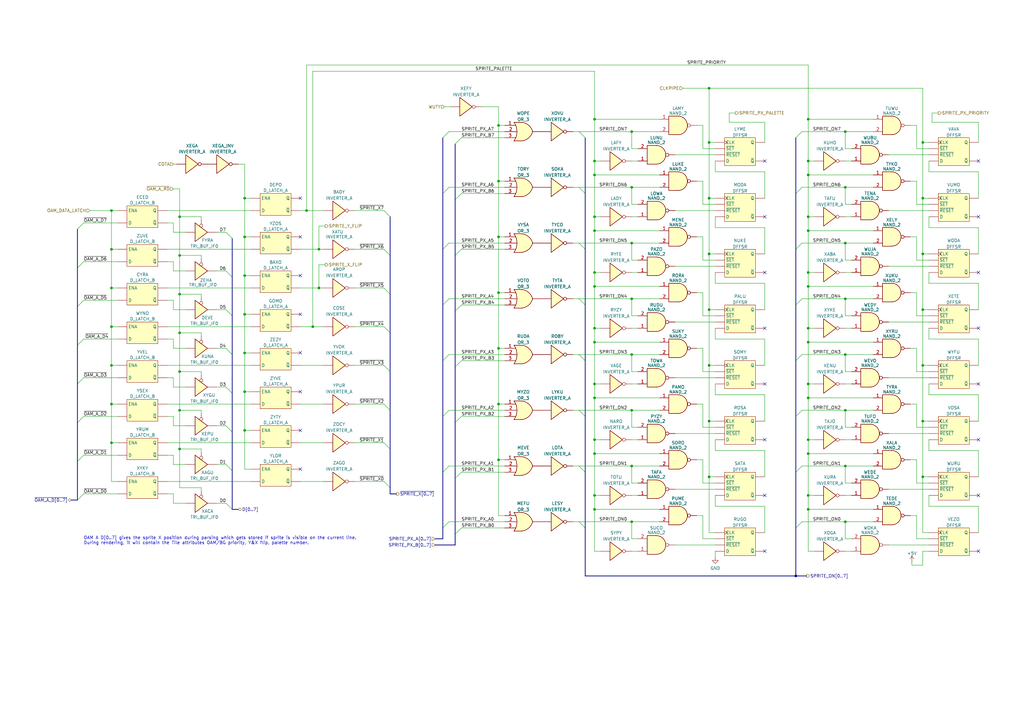
<source format=kicad_sch>
(kicad_sch (version 20211123) (generator eeschema)
  (paper "A3")
  (title_block (title "DMG-CPU B") (date "2022-11-19") (rev "0.2") (company "CC-BY-SA-4.0 Régis Galland & Michael Singer -- Derived work from Furrtek") (comment 1 "https://github.com/msinger/dmg-schematics"))
  (junction (at 204.47 51.435))
  (junction (at 346.71 145.415))
  (junction (at 331.47 117.475))
  (junction (at 331.47 134.62))
  (junction (at 346.71 122.555))
  (junction (at 290.83 81.28))
  (junction (at 331.47 203.2))
  (junction (at 290.83 36.195))
  (junction (at 290.83 149.86))
  (junction (at 331.47 180.34))
  (junction (at 130.81 102.235))
  (junction (at 378.46 104.14))
  (junction (at 100.33 97.155))
  (junction (at 259.08 191.135))
  (junction (at 378.46 195.58))
  (junction (at 346.71 99.695))
  (junction (at 100.33 128.905))
  (junction (at 243.84 117.475))
  (junction (at 243.84 48.895))
  (junction (at 346.71 53.975))
  (junction (at 378.46 149.86))
  (junction (at 243.84 134.62))
  (junction (at 290.83 172.72))
  (junction (at 45.72 118.11))
  (junction (at 331.47 163.195))
  (junction (at 204.47 165.735))
  (junction (at 331.47 208.915))
  (junction (at 243.84 88.9))
  (junction (at 100.33 176.53))
  (junction (at 243.84 157.48))
  (junction (at 243.84 203.2))
  (junction (at 73.66 88.9))
  (junction (at 125.73 86.36))
  (junction (at 259.08 122.555))
  (junction (at 204.47 120.015))
  (junction (at 45.72 149.86))
  (junction (at 243.84 94.615))
  (junction (at 204.47 97.155))
  (junction (at 290.83 195.58))
  (junction (at 331.47 186.055))
  (junction (at 378.46 58.42))
  (junction (at 204.47 74.295))
  (junction (at 259.08 145.415))
  (junction (at 331.47 71.755))
  (junction (at 346.71 191.135))
  (junction (at 100.33 81.28))
  (junction (at 100.33 113.03))
  (junction (at 128.27 133.985))
  (junction (at 100.33 160.655))
  (junction (at 290.83 104.14))
  (junction (at 204.47 142.875))
  (junction (at 73.66 152.4))
  (junction (at 378.46 172.72))
  (junction (at 259.08 99.695))
  (junction (at 346.71 213.995))
  (junction (at 259.08 53.975))
  (junction (at 45.72 86.36))
  (junction (at 331.47 157.48))
  (junction (at 45.72 165.735))
  (junction (at 331.47 111.76))
  (junction (at 378.46 81.28))
  (junction (at 243.84 180.34))
  (junction (at 45.72 133.985))
  (junction (at 243.84 66.04))
  (junction (at 45.72 102.235))
  (junction (at 73.66 168.275))
  (junction (at 259.08 213.995))
  (junction (at 73.66 120.65))
  (junction (at 100.33 144.78))
  (junction (at 259.08 168.275))
  (junction (at 243.84 71.755))
  (junction (at 243.84 163.195))
  (junction (at 331.47 94.615))
  (junction (at 243.84 208.915))
  (junction (at 346.71 76.835))
  (junction (at 243.84 140.335))
  (junction (at 378.46 127))
  (junction (at 346.71 168.275))
  (junction (at 73.66 104.775))
  (junction (at 331.47 88.9))
  (junction (at 73.66 184.15))
  (junction (at 204.47 188.595))
  (junction (at 73.66 136.525))
  (junction (at 290.83 127))
  (junction (at 290.83 58.42))
  (junction (at 45.72 181.61))
  (junction (at 331.47 48.895))
  (junction (at 259.08 76.835))
  (junction (at 331.47 66.04))
  (junction (at 243.84 111.76))
  (junction (at 130.81 118.11))
  (junction (at 243.84 186.055))
  (junction (at 326.39 236.22))
  (junction (at 331.47 140.335))
  (no_connect (at 401.32 66.04))
  (no_connect (at 123.19 113.03))
  (no_connect (at 123.19 144.653))
  (no_connect (at 313.69 111.76))
  (no_connect (at 313.69 66.04))
  (no_connect (at 313.69 203.2))
  (no_connect (at 313.69 226.06))
  (no_connect (at 401.32 180.34))
  (no_connect (at 123.19 160.655))
  (no_connect (at 123.19 192.405))
  (no_connect (at 401.32 226.06))
  (no_connect (at 313.69 88.9))
  (no_connect (at 313.69 134.62))
  (no_connect (at 123.19 176.53))
  (no_connect (at 401.32 111.76))
  (no_connect (at 401.32 203.2))
  (no_connect (at 123.19 81.28))
  (no_connect (at 401.32 134.62))
  (no_connect (at 123.19 128.905))
  (no_connect (at 123.19 97.155))
  (no_connect (at 401.32 88.9))
  (no_connect (at 401.32 157.48))
  (no_connect (at 313.69 157.48))
  (no_connect (at 313.69 180.34))
  (bus_entry (at 157.48 86.36) (size 2.54 2.54))
  (bus_entry (at 189.23 193.675) (size -2.54 2.54))
  (bus_entry (at 34.29 91.44) (size -2.54 2.54))
  (bus_entry (at 328.93 191.135) (size -2.54 2.54))
  (bus_entry (at 184.15 145.415) (size -2.54 2.54))
  (bus_entry (at 189.23 56.515) (size -2.54 2.54))
  (bus_entry (at 92.71 174.625) (size 2.54 2.54))
  (bus_entry (at 184.15 53.975) (size -2.54 2.54))
  (bus_entry (at 184.15 168.275) (size -2.54 2.54))
  (bus_entry (at 34.29 186.69) (size -2.54 2.54))
  (bus_entry (at 237.49 213.995) (size 2.54 2.54))
  (bus_entry (at 328.93 99.695) (size -2.54 2.54))
  (bus_entry (at 92.71 206.375) (size 2.54 2.54))
  (bus_entry (at 157.48 133.985) (size 2.54 2.54))
  (bus_entry (at 184.15 122.555) (size -2.54 2.54))
  (bus_entry (at 189.23 79.375) (size -2.54 2.54))
  (bus_entry (at 328.93 168.275) (size -2.54 2.54))
  (bus_entry (at 237.49 168.275) (size 2.54 2.54))
  (bus_entry (at 34.29 107.315) (size -2.54 2.54))
  (bus_entry (at 328.93 213.995) (size -2.54 2.54))
  (bus_entry (at 189.23 216.535) (size -2.54 2.54))
  (bus_entry (at 328.93 122.555) (size -2.54 2.54))
  (bus_entry (at 189.23 102.235) (size -2.54 2.54))
  (bus_entry (at 92.71 127) (size 2.54 2.54))
  (bus_entry (at 189.23 147.955) (size -2.54 2.54))
  (bus_entry (at 157.48 118.11) (size 2.54 2.54))
  (bus_entry (at 34.29 202.565) (size -2.54 2.54))
  (bus_entry (at 34.29 123.19) (size -2.54 2.54))
  (bus_entry (at 237.49 145.415) (size 2.54 2.54))
  (bus_entry (at 237.49 122.555) (size 2.54 2.54))
  (bus_entry (at 34.29 154.94) (size -2.54 2.54))
  (bus_entry (at 328.93 145.415) (size -2.54 2.54))
  (bus_entry (at 157.48 197.485) (size 2.54 2.54))
  (bus_entry (at 328.93 53.975) (size -2.54 2.54))
  (bus_entry (at 157.48 165.735) (size 2.54 2.54))
  (bus_entry (at 184.15 213.995) (size -2.54 2.54))
  (bus_entry (at 237.49 99.695) (size 2.54 2.54))
  (bus_entry (at 184.15 99.695) (size -2.54 2.54))
  (bus_entry (at 157.48 102.235) (size 2.54 2.54))
  (bus_entry (at 189.23 125.095) (size -2.54 2.54))
  (bus_entry (at 157.48 149.86) (size 2.54 2.54))
  (bus_entry (at 184.15 191.135) (size -2.54 2.54))
  (bus_entry (at 92.71 95.25) (size 2.54 2.54))
  (bus_entry (at 92.71 142.875) (size 2.54 2.54))
  (bus_entry (at 328.93 76.835) (size -2.54 2.54))
  (bus_entry (at 92.71 158.75) (size 2.54 2.54))
  (bus_entry (at 237.49 191.135) (size 2.54 2.54))
  (bus_entry (at 189.23 170.815) (size -2.54 2.54))
  (bus_entry (at 237.49 53.975) (size 2.54 2.54))
  (bus_entry (at 237.49 76.835) (size 2.54 2.54))
  (bus_entry (at 184.15 76.835) (size -2.54 2.54))
  (bus_entry (at 34.29 170.815) (size -2.54 2.54))
  (bus_entry (at 92.71 190.5) (size 2.54 2.54))
  (bus_entry (at 34.29 139.065) (size -2.54 2.54))
  (bus_entry (at 92.71 111.125) (size 2.54 2.54))
  (bus_entry (at 157.48 181.61) (size 2.54 2.54))
  (bus (pts (xy 240.03 193.675) (xy 240.03 216.535)))
  (wire (pts (xy 378.46 127) (xy 381 127)))
  (wire (pts (xy 204.47 51.435) (xy 204.47 43.815)))
  (wire (pts (xy 331.47 163.195) (xy 358.14 163.195)))
  (wire (pts (xy 259.08 157.48) (xy 261.62 157.48)))
  (bus (pts (xy 186.69 219.075) (xy 186.69 223.52)))
  (wire (pts (xy 346.71 220.98) (xy 346.71 213.995)))
  (bus (pts (xy 95.25 97.79) (xy 95.25 113.665)))
  (wire (pts (xy 331.47 94.615) (xy 358.14 94.615)))
  (wire (pts (xy 328.93 213.995) (xy 346.71 213.995)))
  (wire (pts (xy 381 220.98) (xy 375.92 220.98)))
  (wire (pts (xy 378.46 172.72) (xy 381 172.72)))
  (wire (pts (xy 259.08 226.06) (xy 261.62 226.06)))
  (wire (pts (xy 290.83 81.28) (xy 293.37 81.28)))
  (wire (pts (xy 34.29 186.69) (xy 48.26 186.69)))
  (wire (pts (xy 381 116.205) (xy 401.32 116.205)))
  (wire (pts (xy 334.01 66.04) (xy 331.47 66.04)))
  (bus (pts (xy 97.79 208.915) (xy 95.25 208.915)))
  (bus (pts (xy 160.02 168.275) (xy 160.02 184.15)))
  (wire (pts (xy 293.37 226.06) (xy 293.37 228.6)))
  (bus (pts (xy 240.03 147.955) (xy 240.03 170.815)))
  (wire (pts (xy 290.83 58.42) (xy 290.83 36.195)))
  (wire (pts (xy 331.47 26.67) (xy 331.47 48.895)))
  (wire (pts (xy 331.47 88.9) (xy 331.47 94.615)))
  (wire (pts (xy 243.84 94.615) (xy 270.51 94.615)))
  (bus (pts (xy 326.39 102.235) (xy 326.39 125.095)))
  (wire (pts (xy 346.71 175.26) (xy 349.25 175.26)))
  (bus (pts (xy 181.61 147.955) (xy 181.61 170.815)))
  (wire (pts (xy 259.08 99.695) (xy 270.51 99.695)))
  (wire (pts (xy 381 93.345) (xy 401.32 93.345)))
  (wire (pts (xy 71.12 127) (xy 76.2 127)))
  (bus (pts (xy 181.61 125.095) (xy 181.61 147.955)))
  (wire (pts (xy 290.83 149.86) (xy 290.83 127)))
  (wire (pts (xy 237.49 213.995) (xy 259.08 213.995)))
  (wire (pts (xy 82.55 104.775) (xy 82.55 106.045)))
  (wire (pts (xy 346.71 226.06) (xy 349.25 226.06)))
  (wire (pts (xy 100.33 113.03) (xy 100.33 128.905)))
  (wire (pts (xy 73.66 168.275) (xy 82.55 168.275)))
  (wire (pts (xy 293.37 70.485) (xy 313.69 70.485)))
  (wire (pts (xy 328.93 122.555) (xy 346.71 122.555)))
  (wire (pts (xy 364.49 109.22) (xy 381 109.22)))
  (wire (pts (xy 293.37 93.345) (xy 313.69 93.345)))
  (wire (pts (xy 378.46 104.14) (xy 378.46 81.28)))
  (wire (pts (xy 378.46 149.86) (xy 381 149.86)))
  (wire (pts (xy 234.95 191.135) (xy 237.49 191.135)))
  (wire (pts (xy 123.19 86.36) (xy 125.73 86.36)))
  (wire (pts (xy 243.84 117.475) (xy 243.84 134.62)))
  (bus (pts (xy 31.75 205.105) (xy 31.75 189.23)))
  (wire (pts (xy 130.81 118.11) (xy 132.715 118.11)))
  (wire (pts (xy 331.47 66.04) (xy 331.47 71.755)))
  (wire (pts (xy 82.55 152.4) (xy 82.55 153.67)))
  (wire (pts (xy 259.08 129.54) (xy 259.08 122.555)))
  (wire (pts (xy 259.08 111.76) (xy 261.62 111.76)))
  (wire (pts (xy 145.415 118.11) (xy 157.48 118.11)))
  (wire (pts (xy 288.29 165.735) (xy 288.29 175.26)))
  (wire (pts (xy 293.37 184.785) (xy 293.37 180.34)))
  (wire (pts (xy 259.08 213.995) (xy 270.51 213.995)))
  (wire (pts (xy 123.19 102.235) (xy 130.81 102.235)))
  (wire (pts (xy 259.08 134.62) (xy 261.62 134.62)))
  (wire (pts (xy 259.08 168.275) (xy 270.51 168.275)))
  (bus (pts (xy 160.02 202.565) (xy 162.56 202.565)))
  (wire (pts (xy 382.27 46.355) (xy 384.81 46.355)))
  (wire (pts (xy 276.86 177.8) (xy 293.37 177.8)))
  (wire (pts (xy 234.95 168.275) (xy 237.49 168.275)))
  (wire (pts (xy 346.71 106.68) (xy 349.25 106.68)))
  (wire (pts (xy 285.75 142.875) (xy 288.29 142.875)))
  (wire (pts (xy 71.12 95.25) (xy 76.2 95.25)))
  (wire (pts (xy 73.66 168.275) (xy 73.66 184.15)))
  (wire (pts (xy 259.08 60.96) (xy 259.08 53.975)))
  (bus (pts (xy 186.69 173.355) (xy 186.69 196.215)))
  (wire (pts (xy 130.81 92.71) (xy 130.81 102.235)))
  (wire (pts (xy 243.84 48.895) (xy 270.51 48.895)))
  (bus (pts (xy 181.61 193.675) (xy 181.61 216.535)))
  (bus (pts (xy 29.21 205.105) (xy 31.75 205.105)))
  (wire (pts (xy 145.415 133.985) (xy 157.48 133.985)))
  (wire (pts (xy 145.415 86.36) (xy 157.48 86.36)))
  (wire (pts (xy 259.08 180.34) (xy 261.62 180.34)))
  (wire (pts (xy 259.08 83.82) (xy 259.08 76.835)))
  (wire (pts (xy 73.66 152.4) (xy 73.66 168.275)))
  (wire (pts (xy 346.71 53.975) (xy 358.14 53.975)))
  (wire (pts (xy 375.92 211.455) (xy 375.92 220.98)))
  (bus (pts (xy 326.39 125.095) (xy 326.39 147.955)))
  (bus (pts (xy 186.69 127.635) (xy 186.69 150.495)))
  (wire (pts (xy 331.47 140.335) (xy 331.47 157.48)))
  (wire (pts (xy 34.29 123.19) (xy 48.26 123.19)))
  (wire (pts (xy 73.66 200.025) (xy 82.55 200.025)))
  (wire (pts (xy 71.12 202.565) (xy 71.12 206.375)))
  (wire (pts (xy 204.47 165.735) (xy 207.01 165.735)))
  (wire (pts (xy 243.84 117.475) (xy 270.51 117.475)))
  (wire (pts (xy 374.015 230.505) (xy 374.015 231.775)))
  (wire (pts (xy 334.01 157.48) (xy 331.47 157.48)))
  (wire (pts (xy 382.27 46.355) (xy 382.27 50.165)))
  (bus (pts (xy 186.69 81.915) (xy 186.69 104.775)))
  (wire (pts (xy 346.71 168.275) (xy 358.14 168.275)))
  (bus (pts (xy 186.69 196.215) (xy 186.69 219.075)))
  (wire (pts (xy 128.27 133.985) (xy 132.715 133.985)))
  (wire (pts (xy 243.84 88.9) (xy 243.84 94.615)))
  (wire (pts (xy 243.84 203.2) (xy 243.84 208.915)))
  (wire (pts (xy 373.38 188.595) (xy 375.92 188.595)))
  (wire (pts (xy 100.33 128.905) (xy 100.33 144.78)))
  (bus (pts (xy 326.39 170.815) (xy 326.39 193.675)))
  (wire (pts (xy 189.23 79.375) (xy 207.01 79.375)))
  (wire (pts (xy 328.93 191.135) (xy 346.71 191.135)))
  (wire (pts (xy 68.58 123.19) (xy 71.12 123.19)))
  (wire (pts (xy 123.19 165.735) (xy 132.715 165.735)))
  (wire (pts (xy 145.415 102.235) (xy 157.48 102.235)))
  (wire (pts (xy 328.93 168.275) (xy 346.71 168.275)))
  (wire (pts (xy 346.71 111.76) (xy 349.25 111.76)))
  (wire (pts (xy 123.19 181.61) (xy 132.715 181.61)))
  (wire (pts (xy 68.58 186.69) (xy 71.12 186.69)))
  (wire (pts (xy 133.35 92.71) (xy 130.81 92.71)))
  (wire (pts (xy 293.37 207.645) (xy 313.69 207.645)))
  (wire (pts (xy 243.84 29.21) (xy 243.84 48.895)))
  (wire (pts (xy 243.84 140.335) (xy 243.84 157.48)))
  (wire (pts (xy 34.29 107.315) (xy 48.26 107.315)))
  (bus (pts (xy 186.69 150.495) (xy 186.69 173.355)))
  (wire (pts (xy 259.08 60.96) (xy 261.62 60.96)))
  (wire (pts (xy 259.08 53.975) (xy 270.51 53.975)))
  (wire (pts (xy 331.47 157.48) (xy 331.47 163.195)))
  (wire (pts (xy 68.58 107.315) (xy 71.12 107.315)))
  (wire (pts (xy 184.15 145.415) (xy 207.01 145.415)))
  (wire (pts (xy 100.33 81.28) (xy 102.87 81.28)))
  (wire (pts (xy 88.9 206.375) (xy 92.71 206.375)))
  (wire (pts (xy 73.66 88.9) (xy 82.55 88.9)))
  (wire (pts (xy 381 129.54) (xy 375.92 129.54)))
  (wire (pts (xy 204.47 74.295) (xy 204.47 97.155)))
  (wire (pts (xy 246.38 226.06) (xy 243.84 226.06)))
  (wire (pts (xy 331.47 117.475) (xy 358.14 117.475)))
  (wire (pts (xy 184.15 168.275) (xy 207.01 168.275)))
  (wire (pts (xy 189.23 147.955) (xy 207.01 147.955)))
  (wire (pts (xy 243.84 140.335) (xy 270.51 140.335)))
  (wire (pts (xy 331.47 203.2) (xy 331.47 208.915)))
  (wire (pts (xy 68.58 181.61) (xy 102.87 181.61)))
  (wire (pts (xy 100.33 144.78) (xy 102.87 144.78)))
  (wire (pts (xy 290.83 81.28) (xy 290.83 58.42)))
  (bus (pts (xy 160.02 120.65) (xy 160.02 136.525)))
  (bus (pts (xy 95.25 129.54) (xy 95.25 145.415)))
  (wire (pts (xy 68.58 102.235) (xy 102.87 102.235)))
  (wire (pts (xy 73.66 136.525) (xy 82.55 136.525)))
  (wire (pts (xy 293.37 60.96) (xy 288.29 60.96)))
  (wire (pts (xy 73.66 184.15) (xy 73.66 200.025)))
  (wire (pts (xy 401.32 104.14) (xy 401.32 93.345)))
  (wire (pts (xy 204.47 97.155) (xy 204.47 120.015)))
  (wire (pts (xy 71.12 111.125) (xy 76.2 111.125)))
  (wire (pts (xy 378.46 149.86) (xy 378.46 127)))
  (wire (pts (xy 123.19 133.985) (xy 128.27 133.985)))
  (wire (pts (xy 364.49 177.8) (xy 381 177.8)))
  (wire (pts (xy 331.47 48.895) (xy 331.47 66.04)))
  (wire (pts (xy 293.37 207.645) (xy 293.37 203.2)))
  (wire (pts (xy 346.71 76.835) (xy 358.14 76.835)))
  (wire (pts (xy 204.47 165.735) (xy 204.47 188.595)))
  (wire (pts (xy 346.71 198.12) (xy 349.25 198.12)))
  (wire (pts (xy 381 198.12) (xy 375.92 198.12)))
  (wire (pts (xy 88.9 95.25) (xy 92.71 95.25)))
  (bus (pts (xy 160.02 136.525) (xy 160.02 152.4)))
  (wire (pts (xy 346.71 220.98) (xy 349.25 220.98)))
  (wire (pts (xy 378.46 195.58) (xy 378.46 172.72)))
  (wire (pts (xy 71.12 186.69) (xy 71.12 190.5)))
  (bus (pts (xy 240.03 170.815) (xy 240.03 193.675)))
  (wire (pts (xy 204.47 120.015) (xy 204.47 142.875)))
  (wire (pts (xy 71.12 107.315) (xy 71.12 111.125)))
  (wire (pts (xy 401.32 127) (xy 401.32 116.205)))
  (wire (pts (xy 184.15 122.555) (xy 207.01 122.555)))
  (wire (pts (xy 373.38 74.295) (xy 375.92 74.295)))
  (wire (pts (xy 68.58 149.86) (xy 102.87 149.86)))
  (bus (pts (xy 326.39 56.515) (xy 326.39 79.375)))
  (bus (pts (xy 178.435 220.98) (xy 181.61 220.98)))
  (wire (pts (xy 68.58 197.485) (xy 102.87 197.485)))
  (wire (pts (xy 130.81 108.585) (xy 130.81 118.11)))
  (wire (pts (xy 346.71 129.54) (xy 349.25 129.54)))
  (wire (pts (xy 45.72 197.485) (xy 48.26 197.485)))
  (wire (pts (xy 130.81 102.235) (xy 132.715 102.235)))
  (wire (pts (xy 204.47 211.455) (xy 207.01 211.455)))
  (wire (pts (xy 246.38 203.2) (xy 243.84 203.2)))
  (wire (pts (xy 259.08 88.9) (xy 261.62 88.9)))
  (wire (pts (xy 401.32 218.44) (xy 401.32 207.645)))
  (wire (pts (xy 375.92 142.875) (xy 375.92 152.4)))
  (wire (pts (xy 88.9 174.625) (xy 92.71 174.625)))
  (bus (pts (xy 31.75 109.855) (xy 31.75 125.73)))
  (wire (pts (xy 71.12 91.44) (xy 71.12 95.25)))
  (bus (pts (xy 31.75 125.73) (xy 31.75 141.605)))
  (bus (pts (xy 95.25 113.665) (xy 95.25 129.54)))
  (wire (pts (xy 45.72 133.985) (xy 48.26 133.985)))
  (wire (pts (xy 246.38 134.62) (xy 243.84 134.62)))
  (wire (pts (xy 204.47 142.875) (xy 207.01 142.875)))
  (wire (pts (xy 285.75 74.295) (xy 288.29 74.295)))
  (wire (pts (xy 82.55 88.9) (xy 82.55 90.17)))
  (wire (pts (xy 189.23 102.235) (xy 207.01 102.235)))
  (wire (pts (xy 299.085 46.355) (xy 301.625 46.355)))
  (bus (pts (xy 326.39 147.955) (xy 326.39 170.815)))
  (wire (pts (xy 401.32 172.72) (xy 401.32 161.925)))
  (wire (pts (xy 34.29 202.565) (xy 48.26 202.565)))
  (wire (pts (xy 73.66 88.9) (xy 73.66 104.775)))
  (wire (pts (xy 246.38 111.76) (xy 243.84 111.76)))
  (wire (pts (xy 373.38 51.435) (xy 375.92 51.435)))
  (wire (pts (xy 73.66 104.775) (xy 82.55 104.775)))
  (wire (pts (xy 237.49 168.275) (xy 259.08 168.275)))
  (wire (pts (xy 71.12 190.5) (xy 76.2 190.5)))
  (wire (pts (xy 373.38 211.455) (xy 375.92 211.455)))
  (wire (pts (xy 288.29 97.155) (xy 288.29 106.68)))
  (wire (pts (xy 373.38 97.155) (xy 375.92 97.155)))
  (wire (pts (xy 293.37 129.54) (xy 288.29 129.54)))
  (wire (pts (xy 100.33 113.03) (xy 102.87 113.03)))
  (wire (pts (xy 88.9 190.5) (xy 92.71 190.5)))
  (wire (pts (xy 243.84 66.04) (xy 243.84 71.755)))
  (wire (pts (xy 45.72 86.36) (xy 48.26 86.36)))
  (bus (pts (xy 31.75 157.48) (xy 31.75 173.355)))
  (wire (pts (xy 259.08 191.135) (xy 270.51 191.135)))
  (wire (pts (xy 68.58 139.065) (xy 71.12 139.065)))
  (wire (pts (xy 246.38 157.48) (xy 243.84 157.48)))
  (wire (pts (xy 401.32 81.28) (xy 401.32 70.485)))
  (wire (pts (xy 285.75 211.455) (xy 288.29 211.455)))
  (wire (pts (xy 378.46 104.14) (xy 381 104.14)))
  (wire (pts (xy 259.08 220.98) (xy 261.62 220.98)))
  (wire (pts (xy 375.92 165.735) (xy 375.92 175.26)))
  (wire (pts (xy 184.15 99.695) (xy 207.01 99.695)))
  (wire (pts (xy 381 139.065) (xy 401.32 139.065)))
  (wire (pts (xy 243.84 157.48) (xy 243.84 163.195)))
  (wire (pts (xy 293.37 139.065) (xy 313.69 139.065)))
  (bus (pts (xy 95.25 177.165) (xy 95.25 193.04)))
  (wire (pts (xy 346.71 88.9) (xy 349.25 88.9)))
  (wire (pts (xy 313.69 50.165) (xy 313.69 58.42)))
  (wire (pts (xy 73.66 120.65) (xy 82.55 120.65)))
  (wire (pts (xy 259.08 145.415) (xy 270.51 145.415)))
  (wire (pts (xy 381 60.96) (xy 375.92 60.96)))
  (wire (pts (xy 82.55 120.65) (xy 82.55 121.92)))
  (wire (pts (xy 189.23 216.535) (xy 207.01 216.535)))
  (wire (pts (xy 189.23 56.515) (xy 207.01 56.515)))
  (wire (pts (xy 123.19 149.86) (xy 132.715 149.86)))
  (wire (pts (xy 375.92 74.295) (xy 375.92 83.82)))
  (wire (pts (xy 288.29 74.295) (xy 288.29 83.82)))
  (wire (pts (xy 382.27 50.165) (xy 401.32 50.165)))
  (wire (pts (xy 234.95 145.415) (xy 237.49 145.415)))
  (wire (pts (xy 331.47 117.475) (xy 331.47 134.62)))
  (wire (pts (xy 313.69 81.28) (xy 313.69 70.485)))
  (wire (pts (xy 346.71 129.54) (xy 346.71 122.555)))
  (wire (pts (xy 293.37 70.485) (xy 293.37 66.04)))
  (wire (pts (xy 71.12 158.75) (xy 76.2 158.75)))
  (wire (pts (xy 68.58 165.735) (xy 102.87 165.735)))
  (wire (pts (xy 375.92 51.435) (xy 375.92 60.96)))
  (wire (pts (xy 331.47 186.055) (xy 331.47 203.2)))
  (wire (pts (xy 334.01 111.76) (xy 331.47 111.76)))
  (wire (pts (xy 45.72 102.235) (xy 48.26 102.235)))
  (wire (pts (xy 293.37 175.26) (xy 288.29 175.26)))
  (bus (pts (xy 31.75 93.98) (xy 31.75 109.855)))
  (wire (pts (xy 259.08 220.98) (xy 259.08 213.995)))
  (wire (pts (xy 100.33 176.53) (xy 100.33 192.405)))
  (wire (pts (xy 97.79 67.31) (xy 100.33 67.31)))
  (wire (pts (xy 381 106.68) (xy 375.92 106.68)))
  (wire (pts (xy 243.84 163.195) (xy 243.84 180.34)))
  (wire (pts (xy 401.32 50.165) (xy 401.32 58.42)))
  (bus (pts (xy 160.02 88.9) (xy 160.02 104.775)))
  (wire (pts (xy 204.47 74.295) (xy 207.01 74.295)))
  (wire (pts (xy 243.84 186.055) (xy 270.51 186.055)))
  (wire (pts (xy 290.83 195.58) (xy 293.37 195.58)))
  (wire (pts (xy 259.08 152.4) (xy 259.08 145.415)))
  (bus (pts (xy 240.03 56.515) (xy 240.03 79.375)))
  (wire (pts (xy 288.29 142.875) (xy 288.29 152.4)))
  (wire (pts (xy 346.71 106.68) (xy 346.71 99.695)))
  (wire (pts (xy 373.38 120.015) (xy 375.92 120.015)))
  (wire (pts (xy 237.49 122.555) (xy 259.08 122.555)))
  (wire (pts (xy 71.12 123.19) (xy 71.12 127)))
  (wire (pts (xy 71.12 67.31) (xy 72.39 67.31)))
  (wire (pts (xy 133.35 108.585) (xy 130.81 108.585)))
  (wire (pts (xy 381 70.485) (xy 381 66.04)))
  (bus (pts (xy 240.03 216.535) (xy 240.03 236.22)))
  (bus (pts (xy 95.25 161.29) (xy 95.25 177.165)))
  (wire (pts (xy 243.84 71.755) (xy 243.84 88.9)))
  (wire (pts (xy 243.84 71.755) (xy 270.51 71.755)))
  (wire (pts (xy 207.01 51.435) (xy 204.47 51.435)))
  (bus (pts (xy 31.75 173.355) (xy 31.75 189.23)))
  (wire (pts (xy 243.84 163.195) (xy 270.51 163.195)))
  (wire (pts (xy 299.085 46.355) (xy 299.085 50.165)))
  (wire (pts (xy 375.92 120.015) (xy 375.92 129.54)))
  (wire (pts (xy 313.69 104.14) (xy 313.69 93.345)))
  (wire (pts (xy 197.485 43.815) (xy 204.47 43.815)))
  (wire (pts (xy 243.84 180.34) (xy 243.84 186.055)))
  (wire (pts (xy 243.84 186.055) (xy 243.84 203.2)))
  (wire (pts (xy 346.71 213.995) (xy 358.14 213.995)))
  (wire (pts (xy 293.37 161.925) (xy 293.37 157.48)))
  (wire (pts (xy 290.83 36.195) (xy 378.46 36.195)))
  (wire (pts (xy 346.71 198.12) (xy 346.71 191.135)))
  (wire (pts (xy 204.47 97.155) (xy 207.01 97.155)))
  (wire (pts (xy 259.08 106.68) (xy 261.62 106.68)))
  (bus (pts (xy 181.61 216.535) (xy 181.61 220.98)))
  (wire (pts (xy 331.47 163.195) (xy 331.47 180.34)))
  (bus (pts (xy 326.39 216.535) (xy 326.39 236.22)))
  (bus (pts (xy 95.25 145.415) (xy 95.25 161.29)))
  (wire (pts (xy 71.12 142.875) (xy 76.2 142.875)))
  (bus (pts (xy 240.03 236.22) (xy 326.39 236.22)))
  (wire (pts (xy 331.47 186.055) (xy 358.14 186.055)))
  (wire (pts (xy 45.72 102.235) (xy 45.72 118.11)))
  (wire (pts (xy 36.83 86.36) (xy 45.72 86.36)))
  (wire (pts (xy 288.29 120.015) (xy 288.29 129.54)))
  (wire (pts (xy 381 207.645) (xy 401.32 207.645)))
  (wire (pts (xy 364.49 223.52) (xy 381 223.52)))
  (wire (pts (xy 128.27 29.21) (xy 243.84 29.21)))
  (wire (pts (xy 381 152.4) (xy 375.92 152.4)))
  (wire (pts (xy 71.12 139.065) (xy 71.12 142.875)))
  (wire (pts (xy 293.37 83.82) (xy 288.29 83.82)))
  (wire (pts (xy 145.415 149.86) (xy 157.48 149.86)))
  (bus (pts (xy 240.03 102.235) (xy 240.03 125.095)))
  (wire (pts (xy 246.38 66.04) (xy 243.84 66.04)))
  (wire (pts (xy 73.66 152.4) (xy 82.55 152.4)))
  (wire (pts (xy 381 161.925) (xy 381 157.48)))
  (wire (pts (xy 82.55 184.15) (xy 82.55 185.42)))
  (wire (pts (xy 82.55 168.275) (xy 82.55 169.545)))
  (wire (pts (xy 331.47 71.755) (xy 358.14 71.755)))
  (wire (pts (xy 331.47 180.34) (xy 331.47 186.055)))
  (wire (pts (xy 71.12 154.94) (xy 71.12 158.75)))
  (wire (pts (xy 373.38 165.735) (xy 375.92 165.735)))
  (wire (pts (xy 378.46 81.28) (xy 378.46 58.42)))
  (wire (pts (xy 88.9 142.875) (xy 92.71 142.875)))
  (wire (pts (xy 290.83 195.58) (xy 290.83 172.72)))
  (wire (pts (xy 381 218.44) (xy 378.46 218.44)))
  (wire (pts (xy 237.49 99.695) (xy 259.08 99.695)))
  (wire (pts (xy 125.73 26.67) (xy 331.47 26.67)))
  (wire (pts (xy 364.49 132.08) (xy 381 132.08)))
  (wire (pts (xy 293.37 220.98) (xy 288.29 220.98)))
  (wire (pts (xy 100.33 160.655) (xy 102.87 160.655)))
  (wire (pts (xy 276.86 63.5) (xy 293.37 63.5)))
  (wire (pts (xy 293.37 184.785) (xy 313.69 184.785)))
  (wire (pts (xy 364.49 200.66) (xy 381 200.66)))
  (wire (pts (xy 123.19 197.485) (xy 132.715 197.485)))
  (wire (pts (xy 259.08 198.12) (xy 259.08 191.135)))
  (wire (pts (xy 375.92 97.155) (xy 375.92 106.68)))
  (wire (pts (xy 381 83.82) (xy 375.92 83.82)))
  (bus (pts (xy 181.61 79.375) (xy 181.61 102.235)))
  (wire (pts (xy 293.37 218.44) (xy 290.83 218.44)))
  (wire (pts (xy 346.71 122.555) (xy 358.14 122.555)))
  (wire (pts (xy 259.08 175.26) (xy 259.08 168.275)))
  (wire (pts (xy 45.72 118.11) (xy 45.72 133.985)))
  (wire (pts (xy 378.46 231.775) (xy 378.46 226.06)))
  (wire (pts (xy 73.66 184.15) (xy 82.55 184.15)))
  (wire (pts (xy 346.71 191.135) (xy 358.14 191.135)))
  (wire (pts (xy 334.01 203.2) (xy 331.47 203.2)))
  (bus (pts (xy 95.25 208.915) (xy 95.25 193.04)))
  (wire (pts (xy 246.38 88.9) (xy 243.84 88.9)))
  (wire (pts (xy 125.73 86.36) (xy 132.715 86.36)))
  (wire (pts (xy 293.37 139.065) (xy 293.37 134.62)))
  (wire (pts (xy 100.33 97.155) (xy 100.33 113.03)))
  (bus (pts (xy 160.02 152.4) (xy 160.02 168.275)))
  (wire (pts (xy 381 184.785) (xy 401.32 184.785)))
  (wire (pts (xy 45.72 149.86) (xy 48.26 149.86)))
  (wire (pts (xy 184.15 191.135) (xy 207.01 191.135)))
  (wire (pts (xy 378.46 195.58) (xy 381 195.58)))
  (wire (pts (xy 73.66 136.525) (xy 73.66 152.4)))
  (wire (pts (xy 288.29 51.435) (xy 288.29 60.96)))
  (wire (pts (xy 334.01 88.9) (xy 331.47 88.9)))
  (wire (pts (xy 293.37 198.12) (xy 288.29 198.12)))
  (wire (pts (xy 100.33 67.31) (xy 100.33 81.28)))
  (wire (pts (xy 71.12 174.625) (xy 76.2 174.625)))
  (wire (pts (xy 145.415 181.61) (xy 157.48 181.61)))
  (wire (pts (xy 45.72 86.36) (xy 45.72 102.235)))
  (wire (pts (xy 346.71 152.4) (xy 349.25 152.4)))
  (wire (pts (xy 234.95 53.975) (xy 237.49 53.975)))
  (wire (pts (xy 290.83 58.42) (xy 293.37 58.42)))
  (wire (pts (xy 276.86 200.66) (xy 293.37 200.66)))
  (wire (pts (xy 331.47 140.335) (xy 358.14 140.335)))
  (wire (pts (xy 82.55 200.025) (xy 82.55 201.295)))
  (wire (pts (xy 293.37 152.4) (xy 288.29 152.4)))
  (wire (pts (xy 71.12 77.47) (xy 73.66 77.47)))
  (wire (pts (xy 204.47 142.875) (xy 204.47 165.735)))
  (wire (pts (xy 299.085 50.165) (xy 313.69 50.165)))
  (wire (pts (xy 346.71 83.82) (xy 346.71 76.835)))
  (wire (pts (xy 346.71 83.82) (xy 349.25 83.82)))
  (wire (pts (xy 276.86 86.36) (xy 293.37 86.36)))
  (wire (pts (xy 184.15 213.995) (xy 207.01 213.995)))
  (bus (pts (xy 181.61 102.235) (xy 181.61 125.095)))
  (wire (pts (xy 73.66 120.65) (xy 73.66 136.525)))
  (wire (pts (xy 259.08 76.835) (xy 270.51 76.835)))
  (wire (pts (xy 328.93 145.415) (xy 346.71 145.415)))
  (wire (pts (xy 313.69 195.58) (xy 313.69 184.785)))
  (wire (pts (xy 243.84 134.62) (xy 243.84 140.335)))
  (wire (pts (xy 328.93 76.835) (xy 346.71 76.835)))
  (wire (pts (xy 100.33 128.905) (xy 102.87 128.905)))
  (wire (pts (xy 45.72 165.735) (xy 48.26 165.735)))
  (wire (pts (xy 234.95 122.555) (xy 237.49 122.555)))
  (wire (pts (xy 313.69 218.44) (xy 313.69 207.645)))
  (wire (pts (xy 45.72 181.61) (xy 48.26 181.61)))
  (wire (pts (xy 189.23 170.815) (xy 207.01 170.815)))
  (wire (pts (xy 331.47 71.755) (xy 331.47 88.9)))
  (wire (pts (xy 346.71 175.26) (xy 346.71 168.275)))
  (wire (pts (xy 243.84 226.06) (xy 243.84 208.915)))
  (bus (pts (xy 186.69 104.775) (xy 186.69 127.635)))
  (bus (pts (xy 186.69 59.055) (xy 186.69 81.915)))
  (wire (pts (xy 378.46 58.42) (xy 381 58.42)))
  (wire (pts (xy 34.29 91.44) (xy 48.26 91.44)))
  (wire (pts (xy 381 161.925) (xy 401.32 161.925)))
  (wire (pts (xy 68.58 91.44) (xy 71.12 91.44)))
  (wire (pts (xy 331.47 48.895) (xy 358.14 48.895)))
  (wire (pts (xy 285.75 51.435) (xy 288.29 51.435)))
  (wire (pts (xy 373.38 142.875) (xy 375.92 142.875)))
  (wire (pts (xy 346.71 203.2) (xy 349.25 203.2)))
  (wire (pts (xy 331.47 111.76) (xy 331.47 117.475)))
  (bus (pts (xy 160.02 104.775) (xy 160.02 120.65)))
  (wire (pts (xy 259.08 152.4) (xy 261.62 152.4)))
  (wire (pts (xy 71.12 206.375) (xy 76.2 206.375)))
  (wire (pts (xy 381 139.065) (xy 381 134.62)))
  (wire (pts (xy 285.75 97.155) (xy 288.29 97.155)))
  (wire (pts (xy 381 116.205) (xy 381 111.76)))
  (wire (pts (xy 68.58 154.94) (xy 71.12 154.94)))
  (wire (pts (xy 100.33 97.155) (xy 102.87 97.155)))
  (wire (pts (xy 346.71 157.48) (xy 349.25 157.48)))
  (wire (pts (xy 276.86 132.08) (xy 293.37 132.08)))
  (wire (pts (xy 290.83 172.72) (xy 293.37 172.72)))
  (wire (pts (xy 378.46 36.195) (xy 378.46 58.42)))
  (wire (pts (xy 189.23 193.675) (xy 207.01 193.675)))
  (bus (pts (xy 178.435 223.52) (xy 186.69 223.52)))
  (wire (pts (xy 378.46 172.72) (xy 378.46 149.86)))
  (wire (pts (xy 346.71 180.34) (xy 349.25 180.34)))
  (wire (pts (xy 68.58 133.985) (xy 102.87 133.985)))
  (wire (pts (xy 243.84 48.895) (xy 243.84 66.04)))
  (wire (pts (xy 378.46 218.44) (xy 378.46 195.58)))
  (bus (pts (xy 326.39 193.675) (xy 326.39 216.535)))
  (wire (pts (xy 68.58 118.11) (xy 102.87 118.11)))
  (wire (pts (xy 381 175.26) (xy 375.92 175.26)))
  (wire (pts (xy 288.29 188.595) (xy 288.29 198.12)))
  (wire (pts (xy 204.47 51.435) (xy 204.47 74.295)))
  (wire (pts (xy 364.49 63.5) (xy 381 63.5)))
  (wire (pts (xy 145.415 197.485) (xy 157.48 197.485)))
  (wire (pts (xy 293.37 116.205) (xy 313.69 116.205)))
  (wire (pts (xy 401.32 195.58) (xy 401.32 184.785)))
  (wire (pts (xy 100.33 176.53) (xy 102.87 176.53)))
  (wire (pts (xy 334.01 180.34) (xy 331.47 180.34)))
  (wire (pts (xy 313.69 149.86) (xy 313.69 139.065)))
  (wire (pts (xy 346.71 152.4) (xy 346.71 145.415)))
  (wire (pts (xy 45.72 118.11) (xy 48.26 118.11)))
  (wire (pts (xy 381 184.785) (xy 381 180.34)))
  (wire (pts (xy 68.58 170.815) (xy 71.12 170.815)))
  (wire (pts (xy 184.15 76.835) (xy 207.01 76.835)))
  (wire (pts (xy 378.46 127) (xy 378.46 104.14)))
  (wire (pts (xy 82.55 136.525) (xy 82.55 137.795)))
  (wire (pts (xy 123.19 118.11) (xy 130.81 118.11)))
  (wire (pts (xy 243.84 94.615) (xy 243.84 111.76)))
  (wire (pts (xy 288.29 211.455) (xy 288.29 220.98)))
  (wire (pts (xy 290.83 127) (xy 290.83 104.14)))
  (wire (pts (xy 381 93.345) (xy 381 88.9)))
  (wire (pts (xy 375.92 188.595) (xy 375.92 198.12)))
  (wire (pts (xy 378.46 81.28) (xy 381 81.28)))
  (wire (pts (xy 259.08 66.04) (xy 261.62 66.04)))
  (wire (pts (xy 346.71 134.62) (xy 349.25 134.62)))
  (wire (pts (xy 346.71 99.695) (xy 358.14 99.695)))
  (wire (pts (xy 145.415 165.735) (xy 157.48 165.735)))
  (wire (pts (xy 259.08 129.54) (xy 261.62 129.54)))
  (wire (pts (xy 234.95 213.995) (xy 237.49 213.995)))
  (wire (pts (xy 285.75 165.735) (xy 288.29 165.735)))
  (wire (pts (xy 237.49 145.415) (xy 259.08 145.415)))
  (wire (pts (xy 401.32 149.86) (xy 401.32 139.065)))
  (wire (pts (xy 259.08 198.12) (xy 261.62 198.12)))
  (wire (pts (xy 293.37 161.925) (xy 313.69 161.925)))
  (wire (pts (xy 45.72 165.735) (xy 45.72 181.61)))
  (wire (pts (xy 259.08 203.2) (xy 261.62 203.2)))
  (wire (pts (xy 276.86 154.94) (xy 293.37 154.94)))
  (wire (pts (xy 243.84 208.915) (xy 270.51 208.915)))
  (wire (pts (xy 34.29 154.94) (xy 48.26 154.94)))
  (wire (pts (xy 71.12 170.815) (xy 71.12 174.625)))
  (wire (pts (xy 246.38 180.34) (xy 243.84 180.34)))
  (wire (pts (xy 100.33 81.28) (xy 100.33 97.155)))
  (wire (pts (xy 346.71 145.415) (xy 358.14 145.415)))
  (wire (pts (xy 204.47 188.595) (xy 207.01 188.595)))
  (wire (pts (xy 68.58 86.36) (xy 102.87 86.36)))
  (wire (pts (xy 331.47 208.915) (xy 358.14 208.915)))
  (wire (pts (xy 334.01 226.06) (xy 331.47 226.06)))
  (wire (pts (xy 88.9 127) (xy 92.71 127)))
  (wire (pts (xy 328.93 53.975) (xy 346.71 53.975)))
  (wire (pts (xy 237.49 76.835) (xy 259.08 76.835)))
  (wire (pts (xy 293.37 116.205) (xy 293.37 111.76)))
  (bus (pts (xy 31.75 141.605) (xy 31.75 157.48)))
  (wire (pts (xy 189.23 125.095) (xy 207.01 125.095)))
  (wire (pts (xy 290.83 104.14) (xy 293.37 104.14)))
  (wire (pts (xy 280.035 36.195) (xy 290.83 36.195)))
  (wire (pts (xy 123.19 144.653) (xy 123.19 144.78)))
  (bus (pts (xy 326.39 79.375) (xy 326.39 102.235)))
  (wire (pts (xy 331.47 94.615) (xy 331.47 111.76)))
  (wire (pts (xy 331.47 226.06) (xy 331.47 208.915)))
  (wire (pts (xy 381 70.485) (xy 401.32 70.485)))
  (wire (pts (xy 259.08 122.555) (xy 270.51 122.555)))
  (wire (pts (xy 184.15 53.975) (xy 207.01 53.975)))
  (wire (pts (xy 237.49 191.135) (xy 259.08 191.135)))
  (wire (pts (xy 328.93 99.695) (xy 346.71 99.695)))
  (wire (pts (xy 45.72 133.985) (xy 45.72 149.86)))
  (bus (pts (xy 181.61 56.515) (xy 181.61 79.375)))
  (wire (pts (xy 259.08 175.26) (xy 261.62 175.26)))
  (wire (pts (xy 34.29 139.065) (xy 48.26 139.065)))
  (wire (pts (xy 290.83 172.72) (xy 290.83 149.86)))
  (wire (pts (xy 237.49 53.975) (xy 259.08 53.975)))
  (wire (pts (xy 184.785 43.815) (xy 182.245 43.815)))
  (wire (pts (xy 374.015 231.775) (xy 378.46 231.775)))
  (wire (pts (xy 331.47 134.62) (xy 331.47 140.335)))
  (bus (pts (xy 240.03 125.095) (xy 240.03 147.955)))
  (wire (pts (xy 378.46 226.06) (xy 381 226.06)))
  (wire (pts (xy 276.86 109.22) (xy 293.37 109.22)))
  (wire (pts (xy 290.83 218.44) (xy 290.83 195.58)))
  (wire (pts (xy 364.49 154.94) (xy 381 154.94)))
  (bus (pts (xy 160.02 200.025) (xy 160.02 202.565)))
  (wire (pts (xy 243.84 111.76) (xy 243.84 117.475)))
  (wire (pts (xy 204.47 120.015) (xy 207.01 120.015)))
  (wire (pts (xy 234.95 99.695) (xy 237.49 99.695)))
  (wire (pts (xy 290.83 127) (xy 293.37 127)))
  (wire (pts (xy 346.71 60.96) (xy 346.71 53.975)))
  (wire (pts (xy 346.71 60.96) (xy 349.25 60.96)))
  (wire (pts (xy 285.75 120.015) (xy 288.29 120.015)))
  (wire (pts (xy 234.95 76.835) (xy 237.49 76.835)))
  (wire (pts (xy 125.73 26.67) (xy 125.73 86.36)))
  (wire (pts (xy 290.83 149.86) (xy 293.37 149.86)))
  (wire (pts (xy 34.29 170.815) (xy 48.26 170.815)))
  (wire (pts (xy 364.49 86.36) (xy 381 86.36)))
  (wire (pts (xy 313.69 172.72) (xy 313.69 161.925)))
  (wire (pts (xy 100.33 192.405) (xy 102.87 192.405)))
  (wire (pts (xy 285.75 188.595) (xy 288.29 188.595)))
  (bus (pts (xy 240.03 79.375) (xy 240.03 102.235)))
  (wire (pts (xy 88.9 111.125) (xy 92.71 111.125)))
  (wire (pts (xy 73.66 77.47) (xy 73.66 88.9)))
  (wire (pts (xy 88.9 158.75) (xy 92.71 158.75)))
  (wire (pts (xy 381 207.645) (xy 381 203.2)))
  (wire (pts (xy 100.33 144.78) (xy 100.33 160.655)))
  (wire (pts (xy 313.69 127) (xy 313.69 116.205)))
  (wire (pts (xy 293.37 106.68) (xy 288.29 106.68)))
  (wire (pts (xy 259.08 106.68) (xy 259.08 99.695)))
  (wire (pts (xy 259.08 83.82) (xy 261.62 83.82)))
  (wire (pts (xy 100.33 160.655) (xy 100.33 176.53)))
  (wire (pts (xy 276.86 223.52) (xy 293.37 223.52)))
  (bus (pts (xy 160.02 184.15) (xy 160.02 200.025)))
  (bus (pts (xy 326.39 236.22) (xy 330.835 236.22)))
  (wire (pts (xy 204.47 188.595) (xy 204.47 211.455)))
  (wire (pts (xy 293.37 93.345) (xy 293.37 88.9)))
  (wire (pts (xy 68.58 202.565) (xy 71.12 202.565)))
  (wire (pts (xy 290.83 104.14) (xy 290.83 81.28)))
  (wire (pts (xy 334.01 134.62) (xy 331.47 134.62)))
  (wire (pts (xy 45.72 181.61) (xy 45.72 197.485)))
  (wire (pts (xy 73.66 104.775) (xy 73.66 120.65)))
  (bus (pts (xy 181.61 170.815) (xy 181.61 193.675)))
  (wire (pts (xy 45.72 149.86) (xy 45.72 165.735)))
  (wire (pts (xy 128.27 29.21) (xy 128.27 133.985)))
  (wire (pts (xy 346.71 66.04) (xy 349.25 66.04)))
  (text "OAM A D[0..7] gives the sprite X position during parsing which gets stored if sprite is visible on the current line. \nDuring rendering, it will contain the Tile attributes OAM/BG priority, Y&X flip, palette number.\n" (at 34.29 223.52 0) (effects (font (size 1.27 1.27)) (justify left bottom)))
  (label "SPRITE_PX_B7" (at 189.23 56.515 0))
  (label "SPRITE_PX_A7" (at 189.23 53.975 0))
  (label "SPRITE_ON5" (at 245.745 99.695 0))
  (label "SPRITE_ON3" (at 333.375 145.415 0))
  (label "SPRITE_PX_B5" (at 189.23 102.235 0))
  (label "SPRITE_ON4" (at 333.375 122.555 0))
  (label "SPRITE_PX_A3" (at 189.23 145.415 0))
  (label "SPRITE_ON2" (at 245.745 168.275 0))
  (label "D0" (at 92.71 206.375 180))
  (label "SPRITE_PX_B4" (at 189.23 125.095 0))
  (label "SPRITE_PX_A2" (at 189.23 168.275 0))
  (label "SPRITE_PX_B6" (at 189.23 79.375 0))
  (label "SPRITE_PX_A0" (at 189.23 213.995 0))
  (label "~{SPRITE_X1}" (at 157.48 181.61 180))
  (label "SPRITE_ON6" (at 245.745 76.835 0))
  (label "SPRITE_ON1" (at 333.375 191.135 0))
  (label "~{OAM_A_D4}" (at 34.925 139.065 0))
  (label "~{OAM_A_D6}" (at 34.29 107.315 0))
  (label "~{OAM_A_D3}" (at 34.29 154.94 0))
  (label "SPRITE_ON5" (at 333.375 99.695 0))
  (label "SPRITE_PX_B0" (at 189.23 216.535 0))
  (label "SPRITE_ON0" (at 245.745 213.995 0))
  (label "D7" (at 92.71 95.25 180))
  (label "~{SPRITE_X4}" (at 157.48 133.985 180))
  (label "~{SPRITE_X2}" (at 157.48 165.735 180))
  (label "SPRITE_PALETTE" (at 210.185 29.21 180))
  (label "SPRITE_PX_A6" (at 189.23 76.835 0))
  (label "~{OAM_A_D1}" (at 34.29 186.69 0))
  (label "SPRITE_ON7" (at 245.745 53.975 0))
  (label "SPRITE_PX_B3" (at 189.23 147.955 0))
  (label "SPRITE_ON0" (at 333.375 213.995 0))
  (label "SPRITE_ON2" (at 333.375 168.275 0))
  (label "~{OAM_A_D0}" (at 34.29 202.565 0))
  (label "SPRITE_PX_A5" (at 189.23 99.695 0))
  (label "SPRITE_ON7" (at 333.375 53.975 0))
  (label "~{SPRITE_X5}" (at 157.48 118.11 180))
  (label "SPRITE_PX_B2" (at 189.23 170.815 0))
  (label "D4" (at 92.71 142.875 180))
  (label "~{OAM_A_D2}" (at 34.29 170.815 0))
  (label "D3" (at 92.71 158.75 180))
  (label "~{SPRITE_X7}" (at 157.48 86.36 180))
  (label "SPRITE_ON6" (at 333.375 76.835 0))
  (label "SPRITE_PRIORITY" (at 297.815 26.67 180))
  (label "D6" (at 92.71 111.125 180))
  (label "~{SPRITE_X0}" (at 157.48 197.485 180))
  (label "~{OAM_A_D5}" (at 34.29 123.19 0))
  (label "~{SPRITE_X6}" (at 157.48 102.235 180))
  (label "D2" (at 92.71 174.625 180))
  (label "SPRITE_ON1" (at 245.745 191.135 0))
  (label "SPRITE_PX_B1" (at 189.23 193.675 0))
  (label "~{OAM_A_D7}" (at 34.29 91.44 0))
  (label "~{SPRITE_X3}" (at 157.48 149.86 180))
  (label "D5" (at 92.71 127 180))
  (label "SPRITE_PX_A4" (at 189.23 122.555 0))
  (label "D1" (at 92.71 190.5 180))
  (label "SPRITE_ON4" (at 245.745 122.555 0))
  (label "SPRITE_PX_A1" (at 189.23 191.135 0))
  (label "SPRITE_ON3" (at 245.745 145.415 0))
  (hierarchical_label "SPRITE_X_FLIP" (shape output) (at 133.35 108.585 0))
  (hierarchical_label "~{OAM_A_D[0..7]}" (shape bidirectional) (at 29.21 205.105 180))
  (hierarchical_label "SPRITE_PX_PRIORITY" (shape output) (at 384.81 46.355 0))
  (hierarchical_label "~{SPRITE_X[0..7]}" (shape output) (at 162.56 202.565 0))
  (hierarchical_label "D[0..7]" (shape bidirectional) (at 97.79 208.915 0))
  (hierarchical_label "SPRITE_PX_A[0..7]" (shape input) (at 178.435 220.98 180))
  (hierarchical_label "SPRITE_Y_FLIP" (shape output) (at 133.35 92.71 0))
  (hierarchical_label "COTA" (shape input) (at 71.12 67.31 180))
  (hierarchical_label "OAM_DATA_LATCH" (shape input) (at 36.83 86.36 180))
  (hierarchical_label "~{OAM_A_RD}" (shape input) (at 71.12 77.47 180))
  (hierarchical_label "CLKPIPE" (shape input) (at 280.035 36.195 180))
  (hierarchical_label "SPRITE_PX_PALETTE" (shape output) (at 301.625 46.355 0))
  (hierarchical_label "SPRITE_ON[0..7]" (shape output) (at 330.835 236.22 0))
  (hierarchical_label "WUTY" (shape input) (at 182.245 43.815 180))
  (hierarchical_label "SPRITE_PX_B[0..7]" (shape input) (at 178.435 223.52 180))
  (symbol (lib_id "DMG_CPU_Cells:INVERTER_A") (at 139.065 165.735 0) (unit 1)
    (property "Reference" "YPUR" (at 139.065 158.115 0))
    (property "Value" "INVERTER_A" (at 139.065 160.655 0))
    (property "Datasheet" "http://iceboy.a-singer.de/doc/dmg_cells.html#inv_a" (effects hide))
  )
  (symbol (lib_id "DMG_CPU_Cells:NAND_2") (at 278.13 97.155 0) (unit 1)
    (property "Reference" "MENE" (at 278.13 90.17 0))
    (property "Value" "NAND_2" (at 278.13 92.1821 0))
    (property "Datasheet" "http://iceboy.a-singer.de/doc/dmg_cells.html#nand2" (effects hide))
  )
  (symbol (lib_id "DMG_CPU_Cells:OR_3") (at 214.63 191.135 0) (unit 1)
    (property "Reference" "MEVE" (at 214.6298 183.6252 0))
    (property "Value" "OR_3" (at 214.6298 186.1621 0))
    (property "Datasheet" "http://iceboy.a-singer.de/doc/dmg_cells.html#or3" (effects hide))
  )
  (symbol (lib_id "DMG_CPU_Cells:OR_3") (at 214.63 76.835 0) (unit 1)
    (property "Reference" "TORY" (at 214.6298 69.3252 0))
    (property "Value" "OR_3" (at 214.6298 71.8621 0))
    (property "Datasheet" "http://iceboy.a-singer.de/doc/dmg_cells.html#or3" (effects hide))
  )
  (symbol (lib_id "DMG_CPU_Cells:INVERTER_A") (at 228.6 76.835 0) (unit 1)
    (property "Reference" "SOKA" (at 228.6 69.3252 0))
    (property "Value" "INVERTER_A" (at 228.6 71.8621 0))
    (property "Datasheet" "http://iceboy.a-singer.de/doc/dmg_cells.html#inv_a" (effects hide))
  )
  (symbol (lib_id "DMG_CPU_Cells:NAND_2") (at 365.76 74.295 0) (unit 1)
    (property "Reference" "TYKO" (at 365.76 67.31 0))
    (property "Value" "NAND_2" (at 365.76 69.3221 0))
    (property "Datasheet" "http://iceboy.a-singer.de/doc/dmg_cells.html#nand2" (effects hide))
  )
  (symbol (lib_id "DMG_CPU_Cells:TRI_BUF_IF0") (at 82.55 190.5 0) (unit 1)
    (property "Reference" "XAGU" (at 85.09 193.802 0))
    (property "Value" "TRI_BUF_IF0" (at 83.82 196.215 0))
    (property "Datasheet" "http://iceboy.a-singer.de/doc/dmg_cells.html#tri_buf" (effects hide))
  )
  (symbol (lib_id "DMG_CPU_Cells:NAND_2") (at 269.24 223.52 0) (mirror x) (unit 1)
    (property "Reference" "SUCO" (at 269.24 216.535 0))
    (property "Value" "NAND_2" (at 269.24 218.44 0))
    (property "Datasheet" "http://iceboy.a-singer.de/doc/dmg_cells.html#nand2" (effects hide))
  )
  (symbol (lib_id "DMG_CPU_Cells:INVERTER_A") (at 252.73 134.62 0) (unit 1)
    (property "Reference" "RYZY" (at 252.73 127.1102 0))
    (property "Value" "INVERTER_A" (at 252.73 129.6471 0))
    (property "Datasheet" "http://iceboy.a-singer.de/doc/dmg_cells.html#inv_a" (effects hide))
  )
  (symbol (lib_id "DMG_CPU_Cells:NAND_2") (at 356.87 63.5 0) (mirror x) (unit 1)
    (property "Reference" "WUBU" (at 356.87 56.515 0))
    (property "Value" "NAND_2" (at 356.87 58.42 0))
    (property "Datasheet" "http://iceboy.a-singer.de/doc/dmg_cells.html#nand2" (effects hide))
  )
  (symbol (lib_id "DMG_CPU_Cells:D_LATCH_A") (at 113.03 179.07 0) (unit 1)
    (property "Reference" "ZYTY" (at 113.03 171.0522 0))
    (property "Value" "D_LATCH_A" (at 113.03 173.355 0))
    (property "Datasheet" "http://iceboy.a-singer.de/doc/dmg_cells.html#dlatch_a" (effects hide))
  )
  (symbol (lib_id "DMG_CPU_Cells:D_LATCH_A") (at 113.03 83.82 0) (unit 1)
    (property "Reference" "DEPO" (at 113.03 75.8022 0))
    (property "Value" "D_LATCH_A" (at 113.03 78.105 0))
    (property "Datasheet" "http://iceboy.a-singer.de/doc/dmg_cells.html#dlatch_a" (effects hide))
  )
  (symbol (lib_id "DMG_CPU_Cells:INVERTER_A") (at 252.73 226.06 0) (unit 1)
    (property "Reference" "SYPY" (at 252.73 218.5502 0))
    (property "Value" "INVERTER_A" (at 252.73 221.0871 0))
    (property "Datasheet" "http://iceboy.a-singer.de/doc/dmg_cells.html#inv_a" (effects hide))
  )
  (symbol (lib_id "DMG_CPU_Cells:NAND_2") (at 269.24 86.36 0) (mirror x) (unit 1)
    (property "Reference" "LOWA" (at 269.24 79.375 0))
    (property "Value" "NAND_2" (at 269.24 81.28 0))
    (property "Datasheet" "http://iceboy.a-singer.de/doc/dmg_cells.html#nand2" (effects hide))
  )
  (symbol (lib_id "DMG_CPU_Cells:INVERTER_A") (at 228.6 122.555 0) (unit 1)
    (property "Reference" "TYTA" (at 228.6 115.0452 0))
    (property "Value" "INVERTER_A" (at 228.6 117.5821 0))
    (property "Datasheet" "http://iceboy.a-singer.de/doc/dmg_cells.html#inv_a" (effects hide))
  )
  (symbol (lib_id "DMG_CPU_Cells:NAND_2") (at 278.13 211.455 0) (unit 1)
    (property "Reference" "PUME" (at 278.13 204.47 0))
    (property "Value" "NAND_2" (at 278.13 206.4821 0))
    (property "Datasheet" "http://iceboy.a-singer.de/doc/dmg_cells.html#nand2" (effects hide))
  )
  (symbol (lib_id "DMG_CPU_Cells:INVERTER_A") (at 228.6 99.695 0) (unit 1)
    (property "Reference" "TYCO" (at 228.6 92.1852 0))
    (property "Value" "INVERTER_A" (at 228.6 94.7221 0))
    (property "Datasheet" "http://iceboy.a-singer.de/doc/dmg_cells.html#inv_a" (effects hide))
  )
  (symbol (lib_id "DMG_CPU_Cells:NAND_2") (at 356.87 132.08 0) (mirror x) (unit 1)
    (property "Reference" "WEDY" (at 356.87 125.095 0))
    (property "Value" "NAND_2" (at 356.87 127 0))
    (property "Datasheet" "http://iceboy.a-singer.de/doc/dmg_cells.html#nand2" (effects hide))
  )
  (symbol (lib_id "DMG_CPU_Cells:NAND_2") (at 269.24 154.94 0) (mirror x) (unit 1)
    (property "Reference" "TOWA" (at 269.24 147.955 0))
    (property "Value" "NAND_2" (at 269.24 149.86 0))
    (property "Datasheet" "http://iceboy.a-singer.de/doc/dmg_cells.html#nand2" (effects hide))
  )
  (symbol (lib_id "DMG_CPU_Cells:DFFSR") (at 391.16 62.23 0) (unit 1)
    (property "Reference" "VAVA" (at 391.16 52.9422 0))
    (property "Value" "DFFSR" (at 391.16 55.4791 0))
    (property "Datasheet" "http://iceboy.a-singer.de/doc/dmg_cells.html#dffsr" (effects hide))
  )
  (symbol (lib_id "DMG_CPU_Cells:INVERTER_A") (at 252.73 203.2 0) (unit 1)
    (property "Reference" "TOTU" (at 252.73 195.6902 0))
    (property "Value" "INVERTER_A" (at 252.73 198.2271 0))
    (property "Datasheet" "http://iceboy.a-singer.de/doc/dmg_cells.html#inv_a" (effects hide))
  )
  (symbol (lib_id "DMG_CPU_Cells:NAND_2") (at 365.76 211.455 0) (unit 1)
    (property "Reference" "TEDE" (at 365.76 204.47 0))
    (property "Value" "NAND_2" (at 365.76 206.4821 0))
    (property "Datasheet" "http://iceboy.a-singer.de/doc/dmg_cells.html#nand2" (effects hide))
  )
  (symbol (lib_id "DMG_CPU_Cells:INVERTER_A") (at 139.065 149.86 0) (unit 1)
    (property "Reference" "YVOK" (at 139.065 142.24 0))
    (property "Value" "INVERTER_A" (at 139.065 144.78 0))
    (property "Datasheet" "http://iceboy.a-singer.de/doc/dmg_cells.html#inv_a" (effects hide))
  )
  (symbol (lib_id "DMG_CPU_Cells:NAND_2") (at 278.13 165.735 0) (unit 1)
    (property "Reference" "PAMO" (at 278.13 158.75 0))
    (property "Value" "NAND_2" (at 278.13 160.7621 0))
    (property "Datasheet" "http://iceboy.a-singer.de/doc/dmg_cells.html#nand2" (effects hide))
  )
  (symbol (lib_id "DMG_CPU_Cells:DFFSR") (at 391.16 176.53 0) (unit 1)
    (property "Reference" "VOSA" (at 391.16 167.2422 0))
    (property "Value" "DFFSR" (at 391.16 169.7791 0))
    (property "Datasheet" "http://iceboy.a-singer.de/doc/dmg_cells.html#dffsr" (effects hide))
  )
  (symbol (lib_id "DMG_CPU_Cells:NAND_2") (at 356.87 154.94 0) (mirror x) (unit 1)
    (property "Reference" "WEVO" (at 356.87 147.955 0))
    (property "Value" "NAND_2" (at 356.87 149.86 0))
    (property "Datasheet" "http://iceboy.a-singer.de/doc/dmg_cells.html#nand2" (effects hide))
  )
  (symbol (lib_id "DMG_CPU_Cells:INVERTER_A") (at 139.065 197.485 0) (unit 1)
    (property "Reference" "ZAGO" (at 139.065 189.865 0))
    (property "Value" "INVERTER_A" (at 139.065 192.405 0))
    (property "Datasheet" "http://iceboy.a-singer.de/doc/dmg_cells.html#inv_a" (effects hide))
  )
  (symbol (lib_id "DMG_CPU_Cells:NAND_2") (at 365.76 97.155 0) (unit 1)
    (property "Reference" "XELY" (at 365.76 90.17 0))
    (property "Value" "NAND_2" (at 365.76 92.1821 0))
    (property "Datasheet" "http://iceboy.a-singer.de/doc/dmg_cells.html#nand2" (effects hide))
  )
  (symbol (lib_id "DMG_CPU_Cells:INVERTER_A") (at 340.36 180.34 0) (unit 1)
    (property "Reference" "TAJO" (at 340.36 172.8302 0))
    (property "Value" "INVERTER_A" (at 340.36 175.3671 0))
    (property "Datasheet" "http://iceboy.a-singer.de/doc/dmg_cells.html#inv_a" (effects hide))
  )
  (symbol (lib_id "DMG_CPU_Cells:D_LATCH_A") (at 113.03 163.195 0) (unit 1)
    (property "Reference" "ZYVE" (at 113.03 155.1772 0))
    (property "Value" "D_LATCH_A" (at 113.03 157.48 0))
    (property "Datasheet" "http://iceboy.a-singer.de/doc/dmg_cells.html#dlatch_a" (effects hide))
  )
  (symbol (lib_id "DMG_CPU_Cells:INVERTER_A") (at 139.065 118.11 0) (unit 1)
    (property "Reference" "AROP" (at 139.065 110.49 0))
    (property "Value" "INVERTER_A" (at 139.065 113.03 0))
    (property "Datasheet" "http://iceboy.a-singer.de/doc/dmg_cells.html#inv_a" (effects hide))
  )
  (symbol (lib_id "DMG_CPU_Cells:DFFSR") (at 391.16 107.95 0) (unit 1)
    (property "Reference" "WODA" (at 391.16 98.6622 0))
    (property "Value" "DFFSR" (at 391.16 101.1991 0))
    (property "Datasheet" "http://iceboy.a-singer.de/doc/dmg_cells.html#dffsr" (effects hide))
  )
  (symbol (lib_id "DMG_CPU_Cells:OR_3") (at 214.63 99.695 0) (unit 1)
    (property "Reference" "VYSA" (at 214.6298 92.1852 0))
    (property "Value" "OR_3" (at 214.6298 94.7221 0))
    (property "Datasheet" "http://iceboy.a-singer.de/doc/dmg_cells.html#or3" (effects hide))
  )
  (symbol (lib_id "power:GND") (at 293.37 228.6 0) (unit 1)
    (property "Reference" "#PWR0128" (effects hide))
    (property "Value" "GND" (at 293.37 233.0434 0))
  )
  (symbol (lib_id "DMG_CPU_Cells:INVERTER_A") (at 139.065 86.36 0) (unit 1)
    (property "Reference" "BADY" (at 139.065 78.74 0))
    (property "Value" "INVERTER_A" (at 139.065 81.28 0))
    (property "Datasheet" "http://iceboy.a-singer.de/doc/dmg_cells.html#inv_a" (effects hide))
  )
  (symbol (lib_id "DMG_CPU_Cells:DFFSR") (at 391.16 222.25 0) (unit 1)
    (property "Reference" "VEZO" (at 391.16 212.9622 0))
    (property "Value" "DFFSR" (at 391.16 215.4991 0))
    (property "Datasheet" "http://iceboy.a-singer.de/doc/dmg_cells.html#dffsr" (effects hide))
  )
  (symbol (lib_id "DMG_CPU_Cells:NAND_2") (at 356.87 109.22 0) (mirror x) (unit 1)
    (property "Reference" "WUJA" (at 356.87 102.235 0))
    (property "Value" "NAND_2" (at 356.87 104.14 0))
    (property "Datasheet" "http://iceboy.a-singer.de/doc/dmg_cells.html#nand2" (effects hide))
  )
  (symbol (lib_id "DMG_CPU_Cells:TRI_BUF_IF0") (at 82.55 127 0) (unit 1)
    (property "Reference" "DEVE" (at 85.09 130.302 0))
    (property "Value" "TRI_BUF_IF0" (at 83.82 132.715 0))
    (property "Datasheet" "http://iceboy.a-singer.de/doc/dmg_cells.html#tri_buf" (effects hide))
  )
  (symbol (lib_id "DMG_CPU_Cells:INVERTER_A") (at 252.73 180.34 0) (unit 1)
    (property "Reference" "NARO" (at 252.73 172.8302 0))
    (property "Value" "INVERTER_A" (at 252.73 175.3671 0))
    (property "Datasheet" "http://iceboy.a-singer.de/doc/dmg_cells.html#inv_a" (effects hide))
  )
  (symbol (lib_id "DMG_CPU_Cells:NAND_2") (at 365.76 51.435 0) (unit 1)
    (property "Reference" "TUWU" (at 365.76 44.45 0))
    (property "Value" "NAND_2" (at 365.76 46.4621 0))
    (property "Datasheet" "http://iceboy.a-singer.de/doc/dmg_cells.html#nand2" (effects hide))
  )
  (symbol (lib_id "DMG_CPU_Cells:TRI_BUF_IF0") (at 82.55 174.625 0) (unit 1)
    (property "Reference" "XEPU" (at 85.09 177.927 0))
    (property "Value" "TRI_BUF_IF0" (at 83.82 180.34 0))
    (property "Datasheet" "http://iceboy.a-singer.de/doc/dmg_cells.html#tri_buf" (effects hide))
  )
  (symbol (lib_id "DMG_CPU_Cells:INVERTER_A") (at 340.36 157.48 0) (unit 1)
    (property "Reference" "XENU" (at 340.36 149.9702 0))
    (property "Value" "INVERTER_A" (at 340.36 152.5071 0))
    (property "Datasheet" "http://iceboy.a-singer.de/doc/dmg_cells.html#inv_a" (effects hide))
  )
  (symbol (lib_id "DMG_CPU_Cells:TRI_BUF_IF0") (at 82.55 206.375 0) (unit 1)
    (property "Reference" "XACA" (at 85.09 209.677 0))
    (property "Value" "TRI_BUF_IF0" (at 83.82 212.09 0))
    (property "Datasheet" "http://iceboy.a-singer.de/doc/dmg_cells.html#tri_buf" (effects hide))
  )
  (symbol (lib_id "DMG_CPU_Cells:OR_3") (at 214.63 53.975 0) (unit 1)
    (property "Reference" "WOPE" (at 214.6298 46.4652 0))
    (property "Value" "OR_3" (at 214.6298 49.0021 0))
    (property "Datasheet" "http://iceboy.a-singer.de/doc/dmg_cells.html#or3" (effects hide))
  )
  (symbol (lib_id "DMG_CPU_Cells:DFFSR") (at 303.53 199.39 0) (unit 1)
    (property "Reference" "SATA" (at 303.53 190.1022 0))
    (property "Value" "DFFSR" (at 303.53 192.6391 0))
    (property "Datasheet" "http://iceboy.a-singer.de/doc/dmg_cells.html#dffsr" (effects hide))
  )
  (symbol (lib_id "DMG_CPU_Cells:INVERTER_A") (at 191.135 43.815 0) (unit 1)
    (property "Reference" "XEFY" (at 191.135 36.3052 0))
    (property "Value" "INVERTER_A" (at 191.135 38.8421 0))
    (property "Datasheet" "http://iceboy.a-singer.de/doc/dmg_cells.html#inv_a" (effects hide))
  )
  (symbol (lib_id "DMG_CPU_Cells:INVERTER_A") (at 252.73 111.76 0) (unit 1)
    (property "Reference" "RYFE" (at 252.73 104.2502 0))
    (property "Value" "INVERTER_A" (at 252.73 106.7871 0))
    (property "Datasheet" "http://iceboy.a-singer.de/doc/dmg_cells.html#inv_a" (effects hide))
  )
  (symbol (lib_id "DMG_CPU_Cells:INVERTER_A") (at 340.36 134.62 0) (unit 1)
    (property "Reference" "XYKE" (at 340.36 127.1102 0))
    (property "Value" "INVERTER_A" (at 340.36 129.6471 0))
    (property "Datasheet" "http://iceboy.a-singer.de/doc/dmg_cells.html#inv_a" (effects hide))
  )
  (symbol (lib_id "DMG_CPU_Cells:DFFSR") (at 303.53 176.53 0) (unit 1)
    (property "Reference" "ROSA" (at 303.53 167.2422 0))
    (property "Value" "DFFSR" (at 303.53 169.7791 0))
    (property "Datasheet" "http://iceboy.a-singer.de/doc/dmg_cells.html#dffsr" (effects hide))
  )
  (symbol (lib_id "DMG_CPU_Cells:INVERTER_A") (at 139.065 102.235 0) (unit 1)
    (property "Reference" "XATU" (at 138.43 95.123 0))
    (property "Value" "INVERTER_A" (at 139.065 97.155 0))
    (property "Datasheet" "http://iceboy.a-singer.de/doc/dmg_cells.html#inv_a" (effects hide))
  )
  (symbol (lib_id "DMG_CPU_Cells:NAND_2") (at 365.76 120.015 0) (unit 1)
    (property "Reference" "XUKU" (at 365.76 113.03 0))
    (property "Value" "NAND_2" (at 365.76 115.0421 0))
    (property "Datasheet" "http://iceboy.a-singer.de/doc/dmg_cells.html#nand2" (effects hide))
  )
  (symbol (lib_id "DMG_CPU_Cells:INVERTER_A") (at 340.36 226.06 0) (unit 1)
    (property "Reference" "XOGA" (at 340.36 218.5502 0))
    (property "Value" "INVERTER_A" (at 340.36 221.0871 0))
    (property "Datasheet" "http://iceboy.a-singer.de/doc/dmg_cells.html#inv_a" (effects hide))
  )
  (symbol (lib_id "DMG_CPU_Cells:NAND_2") (at 365.76 165.735 0) (unit 1)
    (property "Reference" "TYRA" (at 365.76 158.75 0))
    (property "Value" "NAND_2" (at 365.76 160.7621 0))
    (property "Datasheet" "http://iceboy.a-singer.de/doc/dmg_cells.html#nand2" (effects hide))
  )
  (symbol (lib_id "DMG_CPU_Cells:D_LATCH_A") (at 113.03 194.945 0) (unit 1)
    (property "Reference" "YLOR" (at 113.03 186.9272 0))
    (property "Value" "D_LATCH_A" (at 113.03 189.23 0))
    (property "Datasheet" "http://iceboy.a-singer.de/doc/dmg_cells.html#dlatch_a" (effects hide))
  )
  (symbol (lib_id "DMG_CPU_Cells:TRI_BUF_IF0") (at 82.55 111.125 0) (unit 1)
    (property "Reference" "ZEHA" (at 84.455 114.935 0))
    (property "Value" "TRI_BUF_IF0" (at 83.185 116.84 0))
    (property "Datasheet" "http://iceboy.a-singer.de/doc/dmg_cells.html#tri_buf" (effects hide))
  )
  (symbol (lib_id "DMG_CPU_Cells:INVERTER_A") (at 228.6 213.995 0) (unit 1)
    (property "Reference" "LESY" (at 228.6 206.4852 0))
    (property "Value" "INVERTER_A" (at 228.6 209.0221 0))
    (property "Datasheet" "http://iceboy.a-singer.de/doc/dmg_cells.html#inv_a" (effects hide))
  )
  (symbol (lib_id "DMG_CPU_Cells:DFFSR") (at 303.53 107.95 0) (unit 1)
    (property "Reference" "NUKE" (at 303.53 98.6622 0))
    (property "Value" "DFFSR" (at 303.53 101.1991 0))
    (property "Datasheet" "http://iceboy.a-singer.de/doc/dmg_cells.html#dffsr" (effects hide))
  )
  (symbol (lib_id "DMG_CPU_Cells:NAND_2") (at 269.24 109.22 0) (mirror x) (unit 1)
    (property "Reference" "PAZO" (at 269.24 102.235 0))
    (property "Value" "NAND_2" (at 269.24 104.14 0))
    (property "Datasheet" "http://iceboy.a-singer.de/doc/dmg_cells.html#nand2" (effects hide))
  )
  (symbol (lib_id "DMG_CPU_Cells:D_LATCH_B") (at 58.42 104.775 0) (unit 1)
    (property "Reference" "ZUVE" (at 58.42 96.7572 0))
    (property "Value" "D_LATCH_B" (at 58.42 99.06 0))
    (property "Datasheet" "http://iceboy.a-singer.de/doc/dmg_cells.html#dlatch_b" (effects hide))
  )
  (symbol (lib_id "DMG_CPU_Cells:OR_3") (at 214.63 168.275 0) (unit 1)
    (property "Reference" "MYZO" (at 214.6298 160.7652 0))
    (property "Value" "OR_3" (at 214.6298 163.3021 0))
    (property "Datasheet" "http://iceboy.a-singer.de/doc/dmg_cells.html#or3" (effects hide))
  )
  (symbol (lib_id "DMG_CPU_Cells:NAND_2") (at 269.24 200.66 0) (mirror x) (unit 1)
    (property "Reference" "TAFA" (at 269.24 193.675 0))
    (property "Value" "NAND_2" (at 269.24 195.58 0))
    (property "Datasheet" "http://iceboy.a-singer.de/doc/dmg_cells.html#nand2" (effects hide))
  )
  (symbol (lib_id "DMG_CPU_Cells:D_LATCH_A") (at 113.03 99.695 0) (unit 1)
    (property "Reference" "YZOS" (at 113.03 91.6772 0))
    (property "Value" "D_LATCH_A" (at 113.03 93.98 0))
    (property "Datasheet" "http://iceboy.a-singer.de/doc/dmg_cells.html#dlatch_a" (effects hide))
  )
  (symbol (lib_id "DMG_CPU_Cells:INVERTER_A") (at 228.6 53.975 0) (unit 1)
    (property "Reference" "XOVU" (at 228.6 46.4652 0))
    (property "Value" "INVERTER_A" (at 228.6 49.0021 0))
    (property "Datasheet" "http://iceboy.a-singer.de/doc/dmg_cells.html#inv_a" (effects hide))
  )
  (symbol (lib_id "DMG_CPU_Cells:INVERTER_A") (at 340.36 66.04 0) (unit 1)
    (property "Reference" "XUHO" (at 340.36 58.5302 0))
    (property "Value" "INVERTER_A" (at 340.36 61.0671 0))
    (property "Datasheet" "http://iceboy.a-singer.de/doc/dmg_cells.html#inv_a" (effects hide))
  )
  (symbol (lib_id "DMG_CPU_Cells:DFFSR") (at 391.16 130.81 0) (unit 1)
    (property "Reference" "XETE" (at 391.16 121.5222 0))
    (property "Value" "DFFSR" (at 391.16 124.0591 0))
    (property "Datasheet" "http://iceboy.a-singer.de/doc/dmg_cells.html#dffsr" (effects hide))
  )
  (symbol (lib_id "DMG_CPU_Cells:INVERTER_A") (at 340.36 203.2 0) (unit 1)
    (property "Reference" "XURA" (at 340.36 195.6902 0))
    (property "Value" "INVERTER_A" (at 340.36 198.2271 0))
    (property "Datasheet" "http://iceboy.a-singer.de/doc/dmg_cells.html#inv_a" (effects hide))
  )
  (symbol (lib_id "DMG_CPU_Cells:D_LATCH_A") (at 113.03 147.32 0) (unit 1)
    (property "Reference" "ZEZY" (at 113.03 139.3022 0))
    (property "Value" "D_LATCH_A" (at 113.03 141.605 0))
    (property "Datasheet" "http://iceboy.a-singer.de/doc/dmg_cells.html#dlatch_a" (effects hide))
  )
  (symbol (lib_id "DMG_CPU_Cells:INVERTER_A") (at 340.36 111.76 0) (unit 1)
    (property "Reference" "XABA" (at 340.36 104.2502 0))
    (property "Value" "INVERTER_A" (at 340.36 106.7871 0))
    (property "Datasheet" "http://iceboy.a-singer.de/doc/dmg_cells.html#inv_a" (effects hide))
  )
  (symbol (lib_id "DMG_CPU_Cells:DFFSR") (at 303.53 85.09 0) (unit 1)
    (property "Reference" "MODA" (at 303.53 75.8022 0))
    (property "Value" "DFFSR" (at 303.53 78.3391 0))
    (property "Datasheet" "http://iceboy.a-singer.de/doc/dmg_cells.html#dffsr" (effects hide))
  )
  (symbol (lib_id "DMG_CPU_Cells:DFFSR") (at 391.16 85.09 0) (unit 1)
    (property "Reference" "VUMO" (at 391.16 75.8022 0))
    (property "Value" "DFFSR" (at 391.16 78.3391 0))
    (property "Datasheet" "http://iceboy.a-singer.de/doc/dmg_cells.html#dffsr" (effects hide))
  )
  (symbol (lib_id "DMG_CPU_Cells:NAND_2") (at 365.76 142.875 0) (unit 1)
    (property "Reference" "XYRU" (at 365.76 135.89 0))
    (property "Value" "NAND_2" (at 365.76 137.9021 0))
    (property "Datasheet" "http://iceboy.a-singer.de/doc/dmg_cells.html#nand2" (effects hide))
  )
  (symbol (lib_id "DMG_CPU_Cells:D_LATCH_B") (at 58.42 120.65 0) (unit 1)
    (property "Reference" "CYRA" (at 58.42 112.6322 0))
    (property "Value" "D_LATCH_B" (at 58.42 114.935 0))
    (property "Datasheet" "http://iceboy.a-singer.de/doc/dmg_cells.html#dlatch_b" (effects hide))
  )
  (symbol (lib_id "DMG_CPU_Cells:NAND_2") (at 269.24 177.8 0) (mirror x) (unit 1)
    (property "Reference" "PYZY" (at 269.24 170.815 0))
    (property "Value" "NAND_2" (at 269.24 172.72 0))
    (property "Datasheet" "http://iceboy.a-singer.de/doc/dmg_cells.html#nand2" (effects hide))
  )
  (symbol (lib_id "DMG_CPU_Cells:TRI_BUF_IF0") (at 82.55 158.75 0) (unit 1)
    (property "Reference" "XYGU" (at 85.725 162.052 0))
    (property "Value" "TRI_BUF_IF0" (at 83.82 164.592 0))
    (property "Datasheet" "http://iceboy.a-singer.de/doc/dmg_cells.html#tri_buf" (effects hide))
  )
  (symbol (lib_id "DMG_CPU_Cells:INVERTER_A") (at 139.065 181.61 0) (unit 1)
    (property "Reference" "ZOCY" (at 139.065 173.99 0))
    (property "Value" "INVERTER_A" (at 139.065 176.53 0))
    (property "Datasheet" "http://iceboy.a-singer.de/doc/dmg_cells.html#inv_a" (effects hide))
  )
  (symbol (lib_id "DMG_CPU_Cells:INVERTER_A") (at 78.74 67.31 0) (unit 1)
    (property "Reference" "XEGA" (at 78.74 59.8002 0))
    (property "Value" "INVERTER_A" (at 78.74 62.23 0))
    (property "Datasheet" "http://iceboy.a-singer.de/doc/dmg_cells.html#inv_a" (effects hide))
  )
  (symbol (lib_id "DMG_CPU_Cells:DFFSR") (at 303.53 222.25 0) (unit 1)
    (property "Reference" "RUGO" (at 303.53 212.9622 0))
    (property "Value" "DFFSR" (at 303.53 215.4991 0))
    (property "Datasheet" "http://iceboy.a-singer.de/doc/dmg_cells.html#dffsr" (effects hide))
  )
  (symbol (lib_id "DMG_CPU_Cells:D_LATCH_B") (at 58.42 168.275 0) (unit 1)
    (property "Reference" "YSEX" (at 58.42 160.2572 0))
    (property "Value" "D_LATCH_B" (at 58.42 162.56 0))
    (property "Datasheet" "http://iceboy.a-singer.de/doc/dmg_cells.html#dlatch_b" (effects hide))
  )
  (symbol (lib_id "DMG_CPU_Cells:INVERTER_A") (at 252.73 157.48 0) (unit 1)
    (property "Reference" "VAGE" (at 252.73 149.9702 0))
    (property "Value" "INVERTER_A" (at 252.73 152.5071 0))
    (property "Datasheet" "http://iceboy.a-singer.de/doc/dmg_cells.html#inv_a" (effects hide))
  )
  (symbol (lib_id "DMG_CPU_Cells:TRI_BUF_IF0") (at 82.55 95.25 0) (unit 1)
    (property "Reference" "FYRA" (at 85.09 98.552 0))
    (property "Value" "TRI_BUF_IF0" (at 83.82 100.965 0))
    (property "Datasheet" "http://iceboy.a-singer.de/doc/dmg_cells.html#tri_buf" (effects hide))
  )
  (symbol (lib_id "DMG_CPU_Cells:D_LATCH_A") (at 113.03 131.445 0) (unit 1)
    (property "Reference" "GOMO" (at 113.03 123.4272 0))
    (property "Value" "D_LATCH_A" (at 113.03 125.73 0))
    (property "Datasheet" "http://iceboy.a-singer.de/doc/dmg_cells.html#dlatch_a" (effects hide))
  )
  (symbol (lib_id "DMG_CPU_Cells:NAND_2") (at 356.87 177.8 0) (mirror x) (unit 1)
    (property "Reference" "TUFO" (at 356.87 170.815 0))
    (property "Value" "NAND_2" (at 356.87 172.72 0))
    (property "Datasheet" "http://iceboy.a-singer.de/doc/dmg_cells.html#nand2" (effects hide))
  )
  (symbol (lib_id "DMG_CPU_Cells:DFFSR") (at 391.16 153.67 0) (unit 1)
    (property "Reference" "WYFU" (at 391.16 144.3822 0))
    (property "Value" "DFFSR" (at 391.16 146.9191 0))
    (property "Datasheet" "http://iceboy.a-singer.de/doc/dmg_cells.html#dffsr" (effects hide))
  )
  (symbol (lib_id "DMG_CPU_Cells:INVERTER_A") (at 228.6 145.415 0) (unit 1)
    (property "Reference" "ROBY" (at 228.6 137.9052 0))
    (property "Value" "INVERTER_A" (at 228.6 140.4421 0))
    (property "Datasheet" "http://iceboy.a-singer.de/doc/dmg_cells.html#inv_a" (effects hide))
  )
  (symbol (lib_id "DMG_CPU_Cells:D_LATCH_A") (at 113.03 115.57 0) (unit 1)
    (property "Reference" "BAXO" (at 113.03 107.5522 0))
    (property "Value" "D_LATCH_A" (at 113.03 109.855 0))
    (property "Datasheet" "http://iceboy.a-singer.de/doc/dmg_cells.html#dlatch_a" (effects hide))
  )
  (symbol (lib_id "DMG_CPU_Cells:DFFSR") (at 303.53 153.67 0) (unit 1)
    (property "Reference" "SOMY" (at 303.53 144.3822 0))
    (property "Value" "DFFSR" (at 303.53 146.9191 0))
    (property "Datasheet" "http://iceboy.a-singer.de/doc/dmg_cells.html#dffsr" (effects hide))
  )
  (symbol (lib_id "DMG_CPU_Cells:NAND_2") (at 269.24 63.5 0) (mirror x) (unit 1)
    (property "Reference" "LUNU" (at 269.24 56.515 0))
    (property "Value" "NAND_2" (at 269.24 58.42 0))
    (property "Datasheet" "http://iceboy.a-singer.de/doc/dmg_cells.html#nand2" (effects hide))
  )
  (symbol (lib_id "DMG_CPU_Cells:NAND_2") (at 356.87 223.52 0) (mirror x) (unit 1)
    (property "Reference" "WOKA" (at 356.87 216.535 0))
    (property "Value" "NAND_2" (at 356.87 218.44 0))
    (property "Datasheet" "http://iceboy.a-singer.de/doc/dmg_cells.html#nand2" (effects hide))
  )
  (symbol (lib_id "DMG_CPU_Cells:INVERTER_A") (at 228.6 168.275 0) (unit 1)
    (property "Reference" "LYKU" (at 228.6 160.7652 0))
    (property "Value" "INVERTER_A" (at 228.6 163.3021 0))
    (property "Datasheet" "http://iceboy.a-singer.de/doc/dmg_cells.html#inv_a" (effects hide))
  )
  (symbol (lib_id "DMG_CPU_Cells:INVERTER_A") (at 228.6 191.135 0) (unit 1)
    (property "Reference" "LOTA" (at 228.6 183.6252 0))
    (property "Value" "INVERTER_A" (at 228.6 186.1621 0))
    (property "Datasheet" "http://iceboy.a-singer.de/doc/dmg_cells.html#inv_a" (effects hide))
  )
  (symbol (lib_id "DMG_CPU_Cells:D_LATCH_B") (at 58.42 184.15 0) (unit 1)
    (property "Reference" "YRUM" (at 58.42 176.1322 0))
    (property "Value" "D_LATCH_B" (at 58.42 178.435 0))
    (property "Datasheet" "http://iceboy.a-singer.de/doc/dmg_cells.html#dlatch_b" (effects hide))
  )
  (symbol (lib_id "DMG_CPU_Cells:NAND_2") (at 278.13 188.595 0) (unit 1)
    (property "Reference" "SORO" (at 278.13 181.61 0))
    (property "Value" "NAND_2" (at 278.13 183.6221 0))
    (property "Datasheet" "http://iceboy.a-singer.de/doc/dmg_cells.html#nand2" (effects hide))
  )
  (symbol (lib_id "DMG_CPU_Cells:D_LATCH_B") (at 58.42 152.4 0) (unit 1)
    (property "Reference" "YVEL" (at 58.42 144.3822 0))
    (property "Value" "D_LATCH_B" (at 58.42 146.685 0))
    (property "Datasheet" "http://iceboy.a-singer.de/doc/dmg_cells.html#dlatch_b" (effects hide))
  )
  (symbol (lib_id "DMG_CPU_Cells:NAND_2") (at 365.76 188.595 0) (unit 1)
    (property "Reference" "XALA" (at 365.76 181.61 0))
    (property "Value" "NAND_2" (at 365.76 183.6221 0))
    (property "Datasheet" "http://iceboy.a-singer.de/doc/dmg_cells.html#nand2" (effects hide))
  )
  (symbol (lib_id "DMG_CPU_Cells:NAND_2") (at 278.13 120.015 0) (unit 1)
    (property "Reference" "RORA" (at 278.13 113.03 0))
    (property "Value" "NAND_2" (at 278.13 115.0421 0))
    (property "Datasheet" "http://iceboy.a-singer.de/doc/dmg_cells.html#nand2" (effects hide))
  )
  (symbol (lib_id "DMG_CPU_Cells:DFFSR") (at 303.53 130.81 0) (unit 1)
    (property "Reference" "PALU" (at 303.53 121.5222 0))
    (property "Value" "DFFSR" (at 303.53 124.0591 0))
    (property "Datasheet" "http://iceboy.a-singer.de/doc/dmg_cells.html#dffsr" (effects hide))
  )
  (symbol (lib_id "DMG_CPU_Cells:NAND_2") (at 269.24 132.08 0) (mirror x) (unit 1)
    (property "Reference" "RUDU" (at 269.24 125.095 0))
    (property "Value" "NAND_2" (at 269.24 127 0))
    (property "Datasheet" "http://iceboy.a-singer.de/doc/dmg_cells.html#nand2" (effects hide))
  )
  (symbol (lib_id "DMG_CPU_Cells:DFFSR") (at 303.53 62.23 0) (unit 1)
    (property "Reference" "LYME" (at 303.53 52.9422 0))
    (property "Value" "DFFSR" (at 303.53 55.4791 0))
    (property "Datasheet" "http://iceboy.a-singer.de/doc/dmg_cells.html#dffsr" (effects hide))
  )
  (symbol (lib_id "DMG_CPU_Cells:NAND_2") (at 278.13 142.875 0) (unit 1)
    (property "Reference" "SUKY" (at 278.13 135.89 0))
    (property "Value" "NAND_2" (at 278.13 137.9021 0))
    (property "Datasheet" "http://iceboy.a-singer.de/doc/dmg_cells.html#nand2" (effects hide))
  )
  (symbol (lib_id "DMG_CPU_Cells:INVERTER_A") (at 91.44 67.31 0) (unit 1)
    (property "Reference" "XEGA_INV" (at 91.44 59.8002 0))
    (property "Value" "INVERTER_A" (at 91.44 62.23 0))
    (property "Datasheet" "http://iceboy.a-singer.de/doc/dmg_cells.html#inv_a" (effects hide))
  )
  (symbol (lib_id "DMG_CPU_Cells:INVERTER_A") (at 252.73 88.9 0) (unit 1)
    (property "Reference" "LADY" (at 252.73 81.3902 0))
    (property "Value" "INVERTER_A" (at 252.73 83.9271 0))
    (property "Datasheet" "http://iceboy.a-singer.de/doc/dmg_cells.html#inv_a" (effects hide))
  )
  (symbol (lib_id "DMG_CPU_Cells:INVERTER_A") (at 340.36 88.9 0) (unit 1)
    (property "Reference" "TAFU" (at 340.36 81.3902 0))
    (property "Value" "INVERTER_A" (at 340.36 83.9271 0))
    (property "Datasheet" "http://iceboy.a-singer.de/doc/dmg_cells.html#inv_a" (effects hide))
  )
  (symbol (lib_id "power:+5V") (at 374.015 230.505 0) (unit 1)
    (property "Reference" "#PWR0127" (effects hide))
    (property "Value" "+5V" (at 374.015 226.9292 0))
  )
  (symbol (lib_id "DMG_CPU_Cells:INVERTER_A") (at 139.065 133.985 0) (unit 1)
    (property "Reference" "COSE" (at 139.065 126.365 0))
    (property "Value" "INVERTER_A" (at 139.065 128.905 0))
    (property "Datasheet" "http://iceboy.a-singer.de/doc/dmg_cells.html#inv_a" (effects hide))
  )
  (symbol (lib_id "DMG_CPU_Cells:INVERTER_A") (at 252.73 66.04 0) (unit 1)
    (property "Reference" "LAFY" (at 252.73 58.5302 0))
    (property "Value" "INVERTER_A" (at 252.73 61.0671 0))
    (property "Datasheet" "http://iceboy.a-singer.de/doc/dmg_cells.html#inv_a" (effects hide))
  )
  (symbol (lib_id "DMG_CPU_Cells:OR_3") (at 214.63 145.415 0) (unit 1)
    (property "Reference" "RUDA" (at 214.6298 137.9052 0))
    (property "Value" "OR_3" (at 214.6298 140.4421 0))
    (property "Datasheet" "http://iceboy.a-singer.de/doc/dmg_cells.html#or3" (effects hide))
  )
  (symbol (lib_id "DMG_CPU_Cells:D_LATCH_B") (at 58.42 136.525 0) (unit 1)
    (property "Reference" "WYNO" (at 58.42 128.5072 0))
    (property "Value" "D_LATCH_B" (at 58.42 130.81 0))
    (property "Datasheet" "http://iceboy.a-singer.de/doc/dmg_cells.html#dlatch_b" (effects hide))
  )
  (symbol (lib_id "DMG_CPU_Cells:NAND_2") (at 278.13 51.435 0) (unit 1)
    (property "Reference" "LAMY" (at 278.13 44.45 0))
    (property "Value" "NAND_2" (at 278.13 46.4621 0))
    (property "Datasheet" "http://iceboy.a-singer.de/doc/dmg_cells.html#nand2" (effects hide))
  )
  (symbol (lib_id "DMG_CPU_Cells:D_LATCH_B") (at 58.42 200.025 0) (unit 1)
    (property "Reference" "XYKY" (at 58.42 192.0072 0))
    (property "Value" "D_LATCH_B" (at 58.42 194.31 0))
    (property "Datasheet" "http://iceboy.a-singer.de/doc/dmg_cells.html#dlatch_b" (effects hide))
  )
  (symbol (lib_id "DMG_CPU_Cells:TRI_BUF_IF0") (at 82.55 142.875 0) (unit 1)
    (property "Reference" "XUNA" (at 85.09 146.177 0))
    (property "Value" "TRI_BUF_IF0" (at 83.82 148.59 0))
    (property "Datasheet" "http://iceboy.a-singer.de/doc/dmg_cells.html#tri_buf" (effects hide))
  )
  (symbol (lib_id "DMG_CPU_Cells:OR_3") (at 214.63 213.995 0) (unit 1)
    (property "Reference" "MEFU" (at 214.6298 206.4852 0))
    (property "Value" "OR_3" (at 214.6298 209.0221 0))
    (property "Datasheet" "http://iceboy.a-singer.de/doc/dmg_cells.html#or3" (effects hide))
  )
  (symbol (lib_id "DMG_CPU_Cells:DFFSR") (at 391.16 199.39 0) (unit 1)
    (property "Reference" "WURU" (at 391.16 190.1022 0))
    (property "Value" "DFFSR" (at 391.16 192.6391 0))
    (property "Datasheet" "http://iceboy.a-singer.de/doc/dmg_cells.html#dffsr" (effects hide))
  )
  (symbol (lib_id "DMG_CPU_Cells:NAND_2") (at 356.87 200.66 0) (mirror x) (unit 1)
    (property "Reference" "WEDE" (at 356.87 193.675 0))
    (property "Value" "NAND_2" (at 356.87 195.58 0))
    (property "Datasheet" "http://iceboy.a-singer.de/doc/dmg_cells.html#nand2" (effects hide))
  )
  (symbol (lib_id "DMG_CPU_Cells:OR_3") (at 214.63 122.555 0) (unit 1)
    (property "Reference" "VOTO" (at 214.6298 115.0452 0))
    (property "Value" "OR_3" (at 214.6298 117.5821 0))
    (property "Datasheet" "http://iceboy.a-singer.de/doc/dmg_cells.html#or3" (effects hide))
  )
  (symbol (lib_id "DMG_CPU_Cells:D_LATCH_B") (at 58.42 88.9 0) (unit 1)
    (property "Reference" "ECED" (at 58.42 80.8822 0))
    (property "Value" "D_LATCH_B" (at 58.42 83.185 0))
    (property "Datasheet" "http://iceboy.a-singer.de/doc/dmg_cells.html#dlatch_b" (effects hide))
  )
  (symbol (lib_id "DMG_CPU_Cells:NAND_2") (at 356.87 86.36 0) (mirror x) (unit 1)
    (property "Reference" "TENA" (at 356.87 79.375 0))
    (property "Value" "NAND_2" (at 356.87 81.28 0))
    (property "Datasheet" "http://iceboy.a-singer.de/doc/dmg_cells.html#nand2" (effects hide))
  )
  (symbol (lib_id "DMG_CPU_Cells:NAND_2") (at 278.13 74.295 0) (unit 1)
    (property "Reference" "LUKE" (at 278.13 67.31 0))
    (property "Value" "NAND_2" (at 278.13 69.3221 0))
    (property "Datasheet" "http://iceboy.a-singer.de/doc/dmg_cells.html#nand2" (effects hide))
  )
)
</source>
